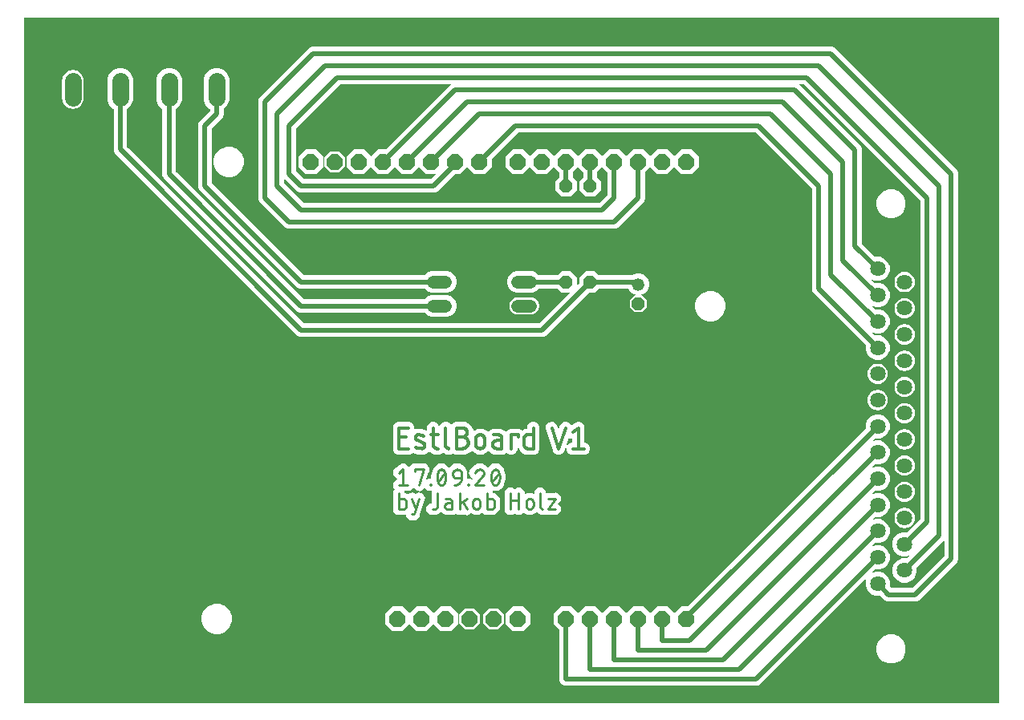
<source format=gbr>
G04 EAGLE Gerber X2 export*
%TF.Part,Single*%
%TF.FileFunction,Copper,L2,Bot,Mixed*%
%TF.FilePolarity,Positive*%
%TF.GenerationSoftware,Autodesk,EAGLE,9.6.2*%
%TF.CreationDate,2020-09-17T17:49:48Z*%
G75*
%MOMM*%
%FSLAX34Y34*%
%LPD*%
%INBottom Copper*%
%AMOC8*
5,1,8,0,0,1.08239X$1,22.5*%
G01*
%ADD10C,0.355600*%
%ADD11C,0.279400*%
%ADD12C,1.638300*%
%ADD13P,1.814519X8X22.500000*%
%ADD14C,1.790700*%
%ADD15P,1.429621X8X292.500000*%
%ADD16C,1.320800*%
%ADD17C,1.320800*%
%ADD18C,0.508000*%

G36*
X-1016005Y-12701D02*
X-1016005Y-12701D01*
X-1016005Y-12700D01*
X-1016005Y711200D01*
X-1016001Y711205D01*
X-1016000Y711205D01*
X12700Y711205D01*
X12705Y711201D01*
X12705Y711200D01*
X12705Y-12700D01*
X12701Y-12705D01*
X12700Y-12705D01*
X-1016000Y-12705D01*
X-1016005Y-12701D01*
G37*
%LPC*%
G36*
X-242680Y5593D02*
X-242680Y5593D01*
X-240068Y6675D01*
X-238068Y8675D01*
X-126947Y119796D01*
X-126945Y119796D01*
X-126944Y119797D01*
X-126942Y119797D01*
X-126942Y119796D01*
X-126940Y119796D01*
X-126940Y119793D01*
X-126939Y119792D01*
X-126939Y119791D01*
X-128583Y115822D01*
X-128583Y110746D01*
X-126640Y106057D01*
X-123051Y102468D01*
X-118362Y100525D01*
X-113286Y100525D01*
X-113169Y100574D01*
X-113166Y100573D01*
X-113164Y100573D01*
X-108166Y95575D01*
X-105554Y94493D01*
X-74786Y94493D01*
X-72174Y95575D01*
X-32075Y135674D01*
X-30993Y138286D01*
X-30993Y547514D01*
X-32075Y550126D01*
X-161074Y679125D01*
X-163686Y680207D01*
X-712614Y680207D01*
X-715226Y679125D01*
X-766025Y628326D01*
X-768025Y626326D01*
X-769107Y623714D01*
X-769107Y519286D01*
X-768025Y516674D01*
X-740626Y489275D01*
X-738014Y488193D01*
X-392286Y488193D01*
X-389674Y489275D01*
X-362275Y516674D01*
X-361193Y519286D01*
X-361193Y547592D01*
X-361191Y547594D01*
X-361191Y547596D01*
X-355604Y553184D01*
X-355597Y553184D01*
X-355596Y553184D01*
X-348264Y545851D01*
X-337536Y545851D01*
X-330204Y553184D01*
X-330197Y553184D01*
X-330196Y553184D01*
X-322864Y545851D01*
X-312136Y545851D01*
X-304551Y553436D01*
X-304551Y564164D01*
X-312136Y571749D01*
X-322864Y571749D01*
X-330196Y564416D01*
X-330199Y564416D01*
X-330200Y564415D01*
X-330201Y564416D01*
X-330203Y564416D01*
X-330204Y564416D01*
X-337536Y571749D01*
X-348264Y571749D01*
X-355596Y564416D01*
X-355599Y564416D01*
X-355600Y564415D01*
X-355601Y564416D01*
X-355603Y564416D01*
X-355604Y564416D01*
X-362936Y571749D01*
X-373664Y571749D01*
X-380996Y564416D01*
X-380999Y564416D01*
X-381000Y564415D01*
X-381001Y564416D01*
X-381003Y564416D01*
X-381004Y564416D01*
X-388336Y571749D01*
X-399064Y571749D01*
X-406396Y564416D01*
X-406399Y564416D01*
X-406400Y564415D01*
X-406401Y564416D01*
X-406403Y564416D01*
X-406404Y564416D01*
X-413736Y571749D01*
X-424464Y571749D01*
X-431796Y564416D01*
X-431799Y564416D01*
X-431800Y564415D01*
X-431801Y564416D01*
X-431803Y564416D01*
X-431804Y564416D01*
X-439136Y571749D01*
X-449864Y571749D01*
X-457196Y564416D01*
X-457199Y564416D01*
X-457200Y564415D01*
X-457201Y564416D01*
X-457203Y564416D01*
X-457204Y564416D01*
X-464536Y571749D01*
X-475264Y571749D01*
X-482596Y564416D01*
X-482599Y564416D01*
X-482600Y564415D01*
X-482601Y564416D01*
X-482603Y564416D01*
X-482604Y564416D01*
X-489936Y571749D01*
X-500664Y571749D01*
X-508249Y564164D01*
X-508249Y553436D01*
X-500664Y545851D01*
X-489936Y545851D01*
X-482604Y553184D01*
X-482597Y553184D01*
X-482596Y553184D01*
X-475264Y545851D01*
X-464536Y545851D01*
X-457204Y553184D01*
X-457197Y553184D01*
X-457196Y553184D01*
X-451609Y547596D01*
X-451608Y547593D01*
X-451607Y547592D01*
X-451607Y542093D01*
X-451609Y542092D01*
X-451609Y542090D01*
X-455671Y538027D01*
X-455671Y528773D01*
X-449127Y522229D01*
X-439873Y522229D01*
X-433329Y528773D01*
X-433329Y538027D01*
X-437391Y542090D01*
X-437392Y542092D01*
X-437393Y542093D01*
X-437393Y547592D01*
X-437391Y547594D01*
X-437391Y547596D01*
X-431804Y553184D01*
X-431797Y553184D01*
X-431796Y553184D01*
X-426209Y547596D01*
X-426208Y547593D01*
X-426207Y547592D01*
X-426207Y542093D01*
X-426209Y542092D01*
X-426209Y542090D01*
X-430271Y538027D01*
X-430271Y528773D01*
X-423727Y522229D01*
X-414473Y522229D01*
X-407929Y528773D01*
X-407929Y538027D01*
X-411991Y542090D01*
X-411992Y542092D01*
X-411993Y542093D01*
X-411993Y547592D01*
X-411991Y547594D01*
X-411991Y547596D01*
X-406404Y553184D01*
X-406397Y553184D01*
X-406396Y553184D01*
X-400809Y547596D01*
X-400808Y547593D01*
X-400807Y547592D01*
X-400807Y523646D01*
X-400809Y523644D01*
X-400809Y523642D01*
X-409342Y515109D01*
X-409345Y515108D01*
X-409346Y515107D01*
X-720954Y515107D01*
X-720956Y515109D01*
X-720958Y515109D01*
X-742191Y536342D01*
X-742192Y536345D01*
X-742193Y536346D01*
X-742193Y541630D01*
X-742192Y541631D01*
X-742192Y541633D01*
X-742190Y541633D01*
X-742188Y541635D01*
X-742187Y541634D01*
X-742186Y541633D01*
X-742184Y541633D01*
X-740625Y540074D01*
X-727926Y527375D01*
X-725314Y526293D01*
X-582786Y526293D01*
X-580174Y527375D01*
X-578174Y529375D01*
X-561700Y545849D01*
X-561697Y545850D01*
X-561696Y545851D01*
X-555976Y545851D01*
X-548644Y553184D01*
X-548637Y553184D01*
X-548636Y553184D01*
X-541304Y545851D01*
X-530576Y545851D01*
X-522991Y553436D01*
X-522991Y561696D01*
X-522989Y561698D01*
X-522989Y561700D01*
X-494898Y589791D01*
X-494895Y589792D01*
X-494894Y589793D01*
X-244246Y589793D01*
X-244244Y589791D01*
X-244242Y589791D01*
X-184909Y530458D01*
X-184909Y530456D01*
X-184907Y530454D01*
X-184907Y423020D01*
X-183825Y420408D01*
X-181825Y418408D01*
X-128535Y365118D01*
X-128535Y365115D01*
X-128534Y365114D01*
X-128535Y365114D01*
X-128534Y365113D01*
X-128583Y364996D01*
X-128583Y359920D01*
X-126640Y355231D01*
X-123051Y351642D01*
X-118362Y349699D01*
X-113286Y349699D01*
X-108597Y351642D01*
X-105008Y355231D01*
X-103065Y359920D01*
X-103065Y364996D01*
X-105008Y369685D01*
X-108597Y373274D01*
X-113286Y375217D01*
X-118362Y375217D01*
X-118479Y375168D01*
X-118482Y375169D01*
X-118484Y375169D01*
X-122336Y379021D01*
X-122336Y379024D01*
X-122337Y379026D01*
X-122336Y379026D01*
X-122336Y379028D01*
X-122333Y379028D01*
X-122331Y379029D01*
X-118362Y377385D01*
X-113286Y377385D01*
X-108597Y379328D01*
X-105008Y382917D01*
X-103065Y387606D01*
X-103065Y392682D01*
X-105008Y397371D01*
X-108597Y400960D01*
X-113286Y402903D01*
X-118362Y402903D01*
X-118479Y402854D01*
X-118482Y402855D01*
X-118484Y402855D01*
X-122336Y406707D01*
X-122336Y406710D01*
X-122337Y406712D01*
X-122336Y406712D01*
X-122336Y406714D01*
X-122333Y406714D01*
X-122331Y406715D01*
X-118362Y405071D01*
X-113286Y405071D01*
X-108597Y407014D01*
X-105008Y410603D01*
X-103065Y415292D01*
X-103065Y420368D01*
X-105008Y425057D01*
X-108597Y428646D01*
X-113286Y430589D01*
X-118362Y430589D01*
X-118479Y430540D01*
X-118482Y430541D01*
X-118484Y430541D01*
X-122336Y434393D01*
X-122336Y434396D01*
X-122337Y434398D01*
X-122336Y434398D01*
X-122336Y434400D01*
X-122333Y434400D01*
X-122331Y434401D01*
X-118362Y432757D01*
X-113286Y432757D01*
X-108597Y434700D01*
X-105008Y438289D01*
X-103065Y442978D01*
X-103065Y448054D01*
X-105008Y452743D01*
X-108597Y456332D01*
X-113286Y458275D01*
X-118362Y458275D01*
X-118479Y458226D01*
X-118482Y458227D01*
X-118484Y458227D01*
X-132591Y472334D01*
X-132592Y472337D01*
X-132593Y472338D01*
X-132593Y572914D01*
X-133675Y575526D01*
X-197174Y639025D01*
X-198733Y640584D01*
X-198733Y640586D01*
X-198735Y640587D01*
X-198733Y640589D01*
X-198734Y640591D01*
X-198731Y640591D01*
X-198730Y640593D01*
X-193446Y640593D01*
X-193444Y640591D01*
X-193442Y640591D01*
X-70609Y517758D01*
X-70609Y517755D01*
X-70607Y517754D01*
X-70607Y181635D01*
X-70609Y181633D01*
X-70609Y181631D01*
X-84716Y167524D01*
X-84719Y167524D01*
X-84721Y167523D01*
X-84838Y167572D01*
X-89914Y167572D01*
X-94603Y165629D01*
X-98192Y162040D01*
X-100135Y157351D01*
X-100135Y152275D01*
X-98192Y147586D01*
X-94603Y143997D01*
X-89914Y142054D01*
X-84838Y142054D01*
X-80869Y143698D01*
X-80867Y143697D01*
X-80864Y143698D01*
X-80864Y143696D01*
X-80863Y143696D01*
X-80864Y143693D01*
X-80864Y143690D01*
X-84716Y139838D01*
X-84719Y139838D01*
X-84721Y139837D01*
X-84838Y139886D01*
X-89914Y139886D01*
X-94603Y137943D01*
X-98192Y134354D01*
X-100135Y129665D01*
X-100135Y124589D01*
X-98192Y119900D01*
X-94603Y116311D01*
X-89914Y114368D01*
X-84838Y114368D01*
X-80149Y116311D01*
X-76560Y119900D01*
X-74617Y124589D01*
X-74617Y129665D01*
X-74666Y129782D01*
X-74665Y129783D01*
X-74666Y129783D01*
X-74665Y129784D01*
X-74665Y129785D01*
X-74665Y129787D01*
X-46775Y157677D01*
X-45216Y159236D01*
X-45214Y159236D01*
X-45213Y159238D01*
X-45211Y159236D01*
X-45209Y159237D01*
X-45209Y159234D01*
X-45207Y159233D01*
X-45207Y142646D01*
X-45209Y142644D01*
X-45209Y142642D01*
X-79142Y108709D01*
X-79145Y108708D01*
X-79146Y108707D01*
X-101194Y108707D01*
X-101196Y108709D01*
X-101198Y108709D01*
X-103113Y110624D01*
X-103113Y110627D01*
X-103114Y110629D01*
X-103065Y110746D01*
X-103065Y115822D01*
X-105008Y120511D01*
X-108597Y124100D01*
X-113286Y126043D01*
X-118362Y126043D01*
X-122331Y124399D01*
X-122333Y124400D01*
X-122336Y124399D01*
X-122336Y124401D01*
X-122337Y124401D01*
X-122336Y124404D01*
X-122336Y124407D01*
X-118484Y128259D01*
X-118481Y128259D01*
X-118479Y128260D01*
X-118362Y128211D01*
X-113286Y128211D01*
X-108597Y130154D01*
X-105008Y133743D01*
X-103065Y138432D01*
X-103065Y143508D01*
X-105008Y148197D01*
X-108597Y151786D01*
X-113286Y153729D01*
X-118362Y153729D01*
X-122331Y152085D01*
X-122333Y152086D01*
X-122336Y152085D01*
X-122336Y152087D01*
X-122337Y152087D01*
X-122336Y152090D01*
X-122336Y152093D01*
X-118484Y155945D01*
X-118481Y155945D01*
X-118479Y155946D01*
X-118362Y155897D01*
X-113286Y155897D01*
X-108597Y157840D01*
X-105008Y161429D01*
X-103065Y166118D01*
X-103065Y171194D01*
X-105008Y175883D01*
X-108597Y179472D01*
X-113286Y181415D01*
X-118362Y181415D01*
X-122331Y179771D01*
X-122333Y179772D01*
X-122336Y179771D01*
X-122336Y179773D01*
X-122337Y179773D01*
X-122336Y179776D01*
X-122336Y179779D01*
X-118484Y183631D01*
X-118481Y183631D01*
X-118479Y183632D01*
X-118362Y183583D01*
X-113286Y183583D01*
X-108597Y185526D01*
X-105008Y189115D01*
X-103065Y193804D01*
X-103065Y198880D01*
X-105008Y203569D01*
X-108597Y207158D01*
X-113286Y209101D01*
X-118362Y209101D01*
X-122331Y207457D01*
X-122333Y207458D01*
X-122336Y207457D01*
X-122336Y207459D01*
X-122337Y207459D01*
X-122336Y207462D01*
X-122336Y207465D01*
X-118484Y211317D01*
X-118481Y211317D01*
X-118479Y211318D01*
X-118362Y211269D01*
X-113286Y211269D01*
X-108597Y213212D01*
X-105008Y216801D01*
X-103065Y221490D01*
X-103065Y226566D01*
X-105008Y231255D01*
X-108597Y234844D01*
X-113286Y236787D01*
X-118362Y236787D01*
X-122331Y235143D01*
X-122333Y235144D01*
X-122336Y235143D01*
X-122336Y235145D01*
X-122337Y235145D01*
X-122336Y235148D01*
X-122336Y235151D01*
X-118484Y239003D01*
X-118481Y239003D01*
X-118479Y239004D01*
X-118362Y238955D01*
X-113286Y238955D01*
X-108597Y240898D01*
X-105008Y244487D01*
X-103065Y249176D01*
X-103065Y254252D01*
X-105008Y258941D01*
X-108597Y262530D01*
X-113286Y264473D01*
X-118362Y264473D01*
X-122331Y262829D01*
X-122333Y262830D01*
X-122336Y262829D01*
X-122336Y262831D01*
X-122337Y262831D01*
X-122336Y262834D01*
X-122336Y262837D01*
X-118484Y266689D01*
X-118481Y266689D01*
X-118479Y266690D01*
X-118362Y266641D01*
X-113286Y266641D01*
X-108597Y268584D01*
X-105008Y272173D01*
X-103065Y276862D01*
X-103065Y281938D01*
X-105008Y286627D01*
X-108597Y290216D01*
X-113286Y292159D01*
X-118362Y292159D01*
X-123051Y290216D01*
X-126640Y286627D01*
X-128583Y281938D01*
X-128583Y276862D01*
X-128534Y276745D01*
X-128535Y276742D01*
X-128535Y276740D01*
X-316124Y89151D01*
X-316127Y89150D01*
X-316128Y89149D01*
X-322864Y89149D01*
X-330196Y81816D01*
X-330199Y81816D01*
X-330200Y81815D01*
X-330201Y81816D01*
X-330203Y81816D01*
X-330204Y81816D01*
X-337536Y89149D01*
X-348264Y89149D01*
X-355596Y81816D01*
X-355599Y81816D01*
X-355600Y81815D01*
X-355601Y81816D01*
X-355603Y81816D01*
X-355604Y81816D01*
X-362936Y89149D01*
X-373664Y89149D01*
X-380996Y81816D01*
X-380999Y81816D01*
X-381000Y81815D01*
X-381001Y81816D01*
X-381003Y81816D01*
X-381004Y81816D01*
X-388336Y89149D01*
X-399064Y89149D01*
X-406396Y81816D01*
X-406399Y81816D01*
X-406400Y81815D01*
X-406401Y81816D01*
X-406403Y81816D01*
X-406404Y81816D01*
X-413736Y89149D01*
X-424464Y89149D01*
X-431796Y81816D01*
X-431799Y81816D01*
X-431800Y81815D01*
X-431801Y81816D01*
X-431803Y81816D01*
X-431804Y81816D01*
X-439136Y89149D01*
X-449864Y89149D01*
X-457449Y81564D01*
X-457449Y70836D01*
X-451609Y64996D01*
X-451608Y64993D01*
X-451607Y64992D01*
X-451607Y11286D01*
X-450525Y8674D01*
X-448526Y6675D01*
X-445914Y5593D01*
X-242680Y5593D01*
G37*
%LPD*%
%LPC*%
G36*
X-468486Y373893D02*
X-468486Y373893D01*
X-465874Y374975D01*
X-420222Y420627D01*
X-420219Y420628D01*
X-420218Y420629D01*
X-414473Y420629D01*
X-410410Y424691D01*
X-410408Y424692D01*
X-410407Y424693D01*
X-378503Y424693D01*
X-378500Y424690D01*
X-378499Y424690D01*
X-377771Y422932D01*
X-374628Y419789D01*
X-370522Y418089D01*
X-370521Y418086D01*
X-370519Y418085D01*
X-370520Y418084D01*
X-370519Y418083D01*
X-370522Y418081D01*
X-370524Y418079D01*
X-372086Y418079D01*
X-377439Y412726D01*
X-377439Y408945D01*
X-368300Y408945D01*
X-359161Y408945D01*
X-359161Y412726D01*
X-364514Y418079D01*
X-366076Y418079D01*
X-366078Y418081D01*
X-366080Y418082D01*
X-366080Y418083D01*
X-366081Y418084D01*
X-366079Y418086D01*
X-366078Y418089D01*
X-361972Y419789D01*
X-358829Y422932D01*
X-357129Y427038D01*
X-357129Y431482D01*
X-358829Y435588D01*
X-361972Y438731D01*
X-366078Y440431D01*
X-370522Y440431D01*
X-374200Y438908D01*
X-374202Y438908D01*
X-374202Y438907D01*
X-410407Y438907D01*
X-410408Y438909D01*
X-410410Y438909D01*
X-414473Y442971D01*
X-423727Y442971D01*
X-430271Y436427D01*
X-430271Y430682D01*
X-430273Y430680D01*
X-430273Y430678D01*
X-433320Y427631D01*
X-433322Y427631D01*
X-433323Y427629D01*
X-433325Y427631D01*
X-433327Y427630D01*
X-433327Y427633D01*
X-433329Y427634D01*
X-433329Y436427D01*
X-439873Y442971D01*
X-449127Y442971D01*
X-453190Y438909D01*
X-453192Y438908D01*
X-453193Y438907D01*
X-473399Y438907D01*
X-473400Y438909D01*
X-473402Y438909D01*
X-475764Y441271D01*
X-479870Y442971D01*
X-497522Y442971D01*
X-501628Y441271D01*
X-504771Y438128D01*
X-506471Y434022D01*
X-506471Y429578D01*
X-504771Y425472D01*
X-501628Y422329D01*
X-497522Y420629D01*
X-479870Y420629D01*
X-475764Y422329D01*
X-473402Y424691D01*
X-473400Y424692D01*
X-473399Y424693D01*
X-453193Y424693D01*
X-453192Y424691D01*
X-453190Y424691D01*
X-449127Y420629D01*
X-440334Y420629D01*
X-440333Y420628D01*
X-440331Y420628D01*
X-440331Y420626D01*
X-440329Y420624D01*
X-440331Y420623D01*
X-440331Y420620D01*
X-472842Y388109D01*
X-472845Y388108D01*
X-472846Y388107D01*
X-720954Y388107D01*
X-720956Y388109D01*
X-720958Y388109D01*
X-907691Y574842D01*
X-907692Y574845D01*
X-907693Y574846D01*
X-907693Y614352D01*
X-907690Y614355D01*
X-907690Y614357D01*
X-907141Y614584D01*
X-903338Y618388D01*
X-901279Y623357D01*
X-901279Y646643D01*
X-903338Y651612D01*
X-907141Y655416D01*
X-912111Y657474D01*
X-917489Y657474D01*
X-922459Y655416D01*
X-926262Y651612D01*
X-928321Y646643D01*
X-928321Y623357D01*
X-926262Y618388D01*
X-922459Y614584D01*
X-921910Y614357D01*
X-921909Y614354D01*
X-921907Y614352D01*
X-921907Y570486D01*
X-920825Y567874D01*
X-727926Y374975D01*
X-725314Y373893D01*
X-468486Y373893D01*
G37*
%LPD*%
G36*
X-720956Y540509D02*
X-720956Y540509D01*
X-720958Y540509D01*
X-729491Y549042D01*
X-729492Y549045D01*
X-729493Y549046D01*
X-729493Y593954D01*
X-729491Y593956D01*
X-729491Y593958D01*
X-682858Y640591D01*
X-682855Y640592D01*
X-682854Y640593D01*
X-565810Y640593D01*
X-565809Y640592D01*
X-565807Y640592D01*
X-565807Y640590D01*
X-565805Y640588D01*
X-565807Y640587D01*
X-565807Y640584D01*
X-634640Y571751D01*
X-634643Y571750D01*
X-634644Y571749D01*
X-642904Y571749D01*
X-650236Y564416D01*
X-650239Y564416D01*
X-650240Y564415D01*
X-650241Y564416D01*
X-650243Y564416D01*
X-650244Y564416D01*
X-657576Y571749D01*
X-668304Y571749D01*
X-675889Y564164D01*
X-675889Y553436D01*
X-668304Y545851D01*
X-657576Y545851D01*
X-650244Y553184D01*
X-650237Y553184D01*
X-650236Y553184D01*
X-642904Y545851D01*
X-632176Y545851D01*
X-624844Y553184D01*
X-624837Y553184D01*
X-624836Y553184D01*
X-617504Y545851D01*
X-606776Y545851D01*
X-599444Y553184D01*
X-599437Y553184D01*
X-599436Y553184D01*
X-592104Y545851D01*
X-581812Y545851D01*
X-581811Y545850D01*
X-581809Y545850D01*
X-581809Y545848D01*
X-581807Y545846D01*
X-581809Y545845D01*
X-581809Y545842D01*
X-587142Y540509D01*
X-587145Y540508D01*
X-587146Y540507D01*
X-720954Y540507D01*
X-720956Y540509D01*
G37*
%LPC*%
G36*
X-569278Y395229D02*
X-569278Y395229D01*
X-565172Y396929D01*
X-562029Y400072D01*
X-560329Y404178D01*
X-560329Y408622D01*
X-562029Y412728D01*
X-565172Y415871D01*
X-569278Y417571D01*
X-586930Y417571D01*
X-591036Y415871D01*
X-593398Y413509D01*
X-593400Y413508D01*
X-593401Y413507D01*
X-720954Y413507D01*
X-720956Y413509D01*
X-720958Y413509D01*
X-856091Y548642D01*
X-856092Y548645D01*
X-856093Y548646D01*
X-856093Y614352D01*
X-856090Y614355D01*
X-856090Y614357D01*
X-855541Y614584D01*
X-851738Y618388D01*
X-849679Y623357D01*
X-849679Y646643D01*
X-851738Y651612D01*
X-855541Y655416D01*
X-860511Y657474D01*
X-865889Y657474D01*
X-870859Y655416D01*
X-874662Y651612D01*
X-876721Y646643D01*
X-876721Y623357D01*
X-874662Y618388D01*
X-870859Y614584D01*
X-870310Y614357D01*
X-870309Y614354D01*
X-870307Y614352D01*
X-870307Y544286D01*
X-869225Y541674D01*
X-727926Y400375D01*
X-725314Y399293D01*
X-593401Y399293D01*
X-593400Y399291D01*
X-593398Y399291D01*
X-591036Y396929D01*
X-586930Y395229D01*
X-569278Y395229D01*
G37*
%LPD*%
%LPC*%
G36*
X-569278Y420629D02*
X-569278Y420629D01*
X-565172Y422329D01*
X-562029Y425472D01*
X-560329Y429578D01*
X-560329Y434022D01*
X-562029Y438128D01*
X-565172Y441271D01*
X-569278Y442971D01*
X-586930Y442971D01*
X-591036Y441271D01*
X-593398Y438909D01*
X-593400Y438908D01*
X-593401Y438907D01*
X-720954Y438907D01*
X-720956Y438909D01*
X-720958Y438909D01*
X-818391Y536342D01*
X-818392Y536345D01*
X-818393Y536346D01*
X-818393Y593954D01*
X-818391Y593956D01*
X-818391Y593958D01*
X-806775Y605574D01*
X-805693Y608186D01*
X-805693Y614518D01*
X-805690Y614521D01*
X-805690Y614523D01*
X-805541Y614584D01*
X-801738Y618388D01*
X-799679Y623357D01*
X-799679Y646643D01*
X-801738Y651612D01*
X-805541Y655416D01*
X-810511Y657474D01*
X-815889Y657474D01*
X-820859Y655416D01*
X-824662Y651612D01*
X-826721Y646643D01*
X-826721Y623357D01*
X-824662Y618388D01*
X-820859Y614584D01*
X-819910Y614191D01*
X-819909Y614188D01*
X-819908Y614188D01*
X-819907Y614187D01*
X-819907Y612546D01*
X-819909Y612544D01*
X-819909Y612542D01*
X-831525Y600926D01*
X-832607Y598314D01*
X-832607Y531986D01*
X-831525Y529374D01*
X-727926Y425775D01*
X-725314Y424693D01*
X-593401Y424693D01*
X-593400Y424691D01*
X-593398Y424691D01*
X-591036Y422329D01*
X-586930Y420629D01*
X-569278Y420629D01*
G37*
%LPD*%
%LPC*%
G36*
X-603809Y180429D02*
X-603809Y180429D01*
X-603807Y180429D01*
X-603806Y180430D01*
X-602745Y180430D01*
X-601683Y181491D01*
X-601682Y181491D01*
X-601682Y181492D01*
X-600339Y182164D01*
X-600003Y183171D01*
X-600002Y183172D01*
X-600002Y183173D01*
X-599251Y183923D01*
X-599251Y185425D01*
X-599251Y185426D01*
X-599251Y185427D01*
X-597857Y189609D01*
X-596942Y191439D01*
X-597094Y191895D01*
X-597093Y191897D01*
X-597094Y191897D01*
X-597093Y191898D01*
X-597094Y191899D01*
X-593273Y203361D01*
X-595483Y207781D01*
X-600170Y209343D01*
X-603379Y207738D01*
X-603380Y207739D01*
X-603380Y207738D01*
X-603382Y207738D01*
X-603383Y207739D01*
X-603383Y207738D01*
X-606592Y209343D01*
X-611280Y207781D01*
X-611461Y207419D01*
X-611467Y207416D01*
X-611467Y207417D01*
X-611468Y207416D01*
X-613661Y208683D01*
X-613662Y208684D01*
X-613846Y208868D01*
X-614934Y208868D01*
X-614939Y208872D01*
X-614938Y208873D01*
X-614939Y208873D01*
X-614939Y210877D01*
X-615386Y211324D01*
X-615386Y211326D01*
X-615387Y211327D01*
X-615386Y211329D01*
X-615386Y211331D01*
X-615384Y211331D01*
X-615382Y211333D01*
X-609260Y211333D01*
X-605767Y214827D01*
X-605767Y216127D01*
X-605765Y216128D01*
X-605765Y216131D01*
X-605763Y216130D01*
X-605762Y216132D01*
X-605761Y216131D01*
X-605760Y216130D01*
X-605757Y216129D01*
X-603543Y212212D01*
X-598782Y210889D01*
X-594481Y213320D01*
X-594109Y214661D01*
X-594108Y214661D01*
X-594108Y214663D01*
X-594106Y214663D01*
X-594103Y214664D01*
X-594102Y214663D01*
X-594100Y214663D01*
X-590770Y211333D01*
X-585815Y211333D01*
X-585814Y211332D01*
X-585812Y211332D01*
X-585812Y211330D01*
X-585810Y211328D01*
X-585812Y211327D01*
X-585812Y211324D01*
X-586259Y210877D01*
X-586259Y197866D01*
X-586263Y197861D01*
X-586263Y197862D01*
X-586264Y197861D01*
X-588268Y197861D01*
X-591762Y194367D01*
X-591762Y189427D01*
X-588268Y185933D01*
X-581382Y185933D01*
X-576912Y188514D01*
X-576518Y189196D01*
X-576517Y189197D01*
X-576516Y189198D01*
X-576514Y189197D01*
X-576511Y189198D01*
X-576511Y189197D01*
X-576509Y189196D01*
X-576044Y188391D01*
X-571816Y185950D01*
X-571815Y185949D01*
X-571814Y185949D01*
X-571798Y185933D01*
X-571788Y185933D01*
X-566856Y185933D01*
X-566855Y185933D01*
X-562730Y185933D01*
X-560881Y187782D01*
X-560875Y187782D01*
X-560874Y187782D01*
X-559025Y185933D01*
X-554084Y185933D01*
X-553152Y186865D01*
X-553149Y186865D01*
X-553147Y186866D01*
X-548610Y185470D01*
X-544617Y187584D01*
X-544614Y187583D01*
X-544612Y187584D01*
X-541752Y185933D01*
X-536590Y185933D01*
X-532497Y188296D01*
X-532496Y188295D01*
X-532496Y188296D01*
X-532494Y188296D01*
X-532493Y188295D01*
X-532491Y188295D01*
X-530129Y185933D01*
X-520602Y185933D01*
X-520418Y186117D01*
X-520417Y186117D01*
X-520417Y186118D01*
X-516692Y188268D01*
X-514542Y191993D01*
X-514541Y191993D01*
X-514541Y191994D01*
X-514357Y192178D01*
X-514357Y202622D01*
X-514541Y202806D01*
X-514541Y202807D01*
X-514542Y202807D01*
X-516692Y206532D01*
X-520417Y208683D01*
X-520417Y208684D01*
X-520418Y208684D01*
X-520602Y208868D01*
X-521690Y208868D01*
X-521695Y208872D01*
X-521694Y208873D01*
X-521695Y208873D01*
X-521695Y210877D01*
X-522141Y211324D01*
X-522142Y211326D01*
X-522143Y211327D01*
X-522142Y211329D01*
X-522142Y211331D01*
X-522139Y211331D01*
X-522138Y211333D01*
X-516166Y211333D01*
X-511285Y214819D01*
X-510432Y217307D01*
X-510432Y217308D01*
X-509617Y218980D01*
X-508687Y223008D01*
X-508686Y223009D01*
X-508686Y223010D01*
X-508614Y223082D01*
X-508614Y228022D01*
X-508686Y228094D01*
X-508686Y228096D01*
X-508687Y228096D01*
X-509617Y232124D01*
X-509744Y232386D01*
X-509744Y232387D01*
X-509745Y232388D01*
X-509841Y233252D01*
X-510374Y233678D01*
X-510374Y233680D01*
X-510375Y233680D01*
X-510432Y233796D01*
X-510432Y233797D01*
X-511285Y236285D01*
X-516166Y239771D01*
X-522163Y239771D01*
X-527044Y236285D01*
X-527254Y235673D01*
X-527255Y235672D01*
X-527256Y235670D01*
X-527258Y235671D01*
X-527260Y235669D01*
X-527261Y235671D01*
X-527263Y235672D01*
X-528069Y237067D01*
X-532752Y239771D01*
X-537927Y239771D01*
X-537985Y239713D01*
X-537987Y239712D01*
X-542231Y237820D01*
X-545437Y234256D01*
X-546175Y231976D01*
X-546936Y229625D01*
X-544689Y225225D01*
X-542266Y224440D01*
X-542265Y224440D01*
X-542264Y224438D01*
X-542262Y224435D01*
X-542264Y224434D01*
X-542263Y224433D01*
X-543501Y222976D01*
X-543508Y222975D01*
X-543508Y222976D01*
X-543509Y222976D01*
X-544711Y224178D01*
X-548810Y224178D01*
X-548815Y224183D01*
X-548815Y226748D01*
X-548815Y232048D01*
X-551642Y236944D01*
X-556539Y239771D01*
X-562192Y239771D01*
X-567089Y236944D01*
X-567945Y235461D01*
X-567947Y235460D01*
X-567947Y235459D01*
X-567949Y235460D01*
X-567949Y235459D01*
X-567950Y235459D01*
X-567951Y235459D01*
X-567952Y235461D01*
X-567954Y235462D01*
X-568236Y236285D01*
X-573117Y239771D01*
X-579115Y239771D01*
X-583995Y236285D01*
X-584848Y233797D01*
X-584849Y233797D01*
X-584849Y233796D01*
X-585664Y232124D01*
X-586593Y228096D01*
X-586595Y228095D01*
X-586595Y228094D01*
X-586666Y228022D01*
X-586666Y224183D01*
X-586671Y224178D01*
X-586671Y224179D01*
X-586671Y224178D01*
X-590770Y224178D01*
X-591719Y223230D01*
X-591721Y223230D01*
X-591723Y223228D01*
X-591724Y223230D01*
X-591725Y223229D01*
X-591726Y223232D01*
X-591727Y223235D01*
X-589654Y230698D01*
X-589653Y230699D01*
X-589653Y230700D01*
X-589016Y231337D01*
X-589016Y232993D01*
X-589016Y232994D01*
X-589016Y232995D01*
X-588573Y234591D01*
X-589016Y235375D01*
X-589015Y235376D01*
X-589016Y235377D01*
X-589016Y236277D01*
X-590188Y237449D01*
X-590188Y237450D01*
X-590189Y237450D01*
X-591004Y238892D01*
X-591871Y239133D01*
X-591872Y239135D01*
X-591873Y239135D01*
X-592510Y239771D01*
X-594167Y239771D01*
X-594167Y239772D01*
X-594168Y239771D01*
X-595764Y240215D01*
X-596548Y239772D01*
X-596549Y239772D01*
X-596550Y239772D01*
X-596551Y239771D01*
X-606623Y239771D01*
X-610117Y236277D01*
X-610117Y235618D01*
X-610118Y235617D01*
X-610118Y235615D01*
X-610120Y235615D01*
X-610121Y235613D01*
X-610123Y235615D01*
X-610126Y235615D01*
X-610352Y235898D01*
X-610352Y235900D01*
X-610353Y235901D01*
X-610353Y236277D01*
X-611866Y237791D01*
X-613203Y239462D01*
X-613577Y239503D01*
X-613579Y239505D01*
X-613580Y239505D01*
X-613846Y239771D01*
X-615986Y239771D01*
X-615987Y239771D01*
X-618114Y240008D01*
X-618408Y239772D01*
X-618409Y239772D01*
X-618410Y239772D01*
X-618411Y239771D01*
X-618787Y239771D01*
X-620300Y238258D01*
X-620301Y238258D01*
X-626558Y233252D01*
X-627104Y228341D01*
X-624017Y224483D01*
X-622286Y224291D01*
X-622281Y224286D01*
X-622281Y223266D01*
X-622285Y223261D01*
X-622286Y223262D01*
X-622286Y223261D01*
X-623373Y223261D01*
X-626867Y219767D01*
X-626867Y214827D01*
X-624896Y212856D01*
X-624896Y212852D01*
X-624895Y212852D01*
X-624896Y212851D01*
X-624896Y212849D01*
X-624896Y212848D01*
X-626867Y210877D01*
X-626867Y189427D01*
X-623373Y185933D01*
X-613846Y185933D01*
X-613662Y186117D01*
X-613661Y186118D01*
X-613022Y186487D01*
X-613021Y186487D01*
X-613020Y186488D01*
X-613019Y186487D01*
X-613018Y186486D01*
X-613015Y186486D01*
X-613016Y186484D01*
X-613014Y186483D01*
X-613014Y183923D01*
X-609521Y180430D01*
X-606184Y180430D01*
X-606184Y180429D01*
X-606183Y180429D01*
X-604758Y179954D01*
X-603809Y180429D01*
G37*
%LPD*%
%LPC*%
G36*
X-589424Y252179D02*
X-589424Y252179D01*
X-588882Y253231D01*
X-588881Y253232D01*
X-588881Y253233D01*
X-588879Y253233D01*
X-588876Y253234D01*
X-588876Y253232D01*
X-588874Y253232D01*
X-588225Y252109D01*
X-583591Y249433D01*
X-580915Y249433D01*
X-579652Y249433D01*
X-578439Y249433D01*
X-576107Y250399D01*
X-574754Y251752D01*
X-574750Y251752D01*
X-574748Y251753D01*
X-570730Y249433D01*
X-568055Y249433D01*
X-566793Y249433D01*
X-564461Y250399D01*
X-563900Y250959D01*
X-563894Y250959D01*
X-563893Y250959D01*
X-563333Y250399D01*
X-561001Y249433D01*
X-554935Y249433D01*
X-550838Y249433D01*
X-545733Y251891D01*
X-544179Y253840D01*
X-544177Y253840D01*
X-544173Y253841D01*
X-544173Y253839D01*
X-544171Y253839D01*
X-543360Y252434D01*
X-538162Y249433D01*
X-532160Y249433D01*
X-526963Y252434D01*
X-526295Y253591D01*
X-526294Y253591D01*
X-526294Y253592D01*
X-526292Y253592D01*
X-526289Y253593D01*
X-526288Y253591D01*
X-526286Y253591D01*
X-525525Y252271D01*
X-520609Y249433D01*
X-511047Y249433D01*
X-508715Y250399D01*
X-507314Y251800D01*
X-507308Y251800D01*
X-507307Y251800D01*
X-505906Y250399D01*
X-503574Y249433D01*
X-501050Y249433D01*
X-498718Y250399D01*
X-496933Y252184D01*
X-495967Y254516D01*
X-495967Y261563D01*
X-495963Y261568D01*
X-495962Y261568D01*
X-494962Y261568D01*
X-494957Y261564D01*
X-494957Y261563D01*
X-494957Y258156D01*
X-494957Y258155D01*
X-494957Y256743D01*
X-492281Y252109D01*
X-487647Y249433D01*
X-477641Y249433D01*
X-475309Y250399D01*
X-473524Y252184D01*
X-472558Y254516D01*
X-472558Y278884D01*
X-473524Y281216D01*
X-475309Y283001D01*
X-477641Y283967D01*
X-480165Y283967D01*
X-482498Y283001D01*
X-484283Y281216D01*
X-485249Y278884D01*
X-485249Y276691D01*
X-485253Y276686D01*
X-487647Y276686D01*
X-490659Y274947D01*
X-490663Y274948D01*
X-490665Y274948D01*
X-491437Y275720D01*
X-493769Y276686D01*
X-503574Y276686D01*
X-505906Y275720D01*
X-507691Y273935D01*
X-508066Y273032D01*
X-508067Y273031D01*
X-508067Y273029D01*
X-508069Y273030D01*
X-508071Y273029D01*
X-508072Y273031D01*
X-508074Y273031D01*
X-508640Y274010D01*
X-513274Y276686D01*
X-515556Y276686D01*
X-522066Y276686D01*
X-524398Y275720D01*
X-526183Y273935D01*
X-526565Y273013D01*
X-526567Y273012D01*
X-526567Y273011D01*
X-526569Y273011D01*
X-526571Y273010D01*
X-526572Y273012D01*
X-526574Y273012D01*
X-526963Y273685D01*
X-532161Y276686D01*
X-538162Y276686D01*
X-542465Y274202D01*
X-542466Y274202D01*
X-542466Y274201D01*
X-542468Y274203D01*
X-542471Y274203D01*
X-542471Y274205D01*
X-542472Y274206D01*
X-542472Y275769D01*
X-545473Y280966D01*
X-550671Y283967D01*
X-561001Y283967D01*
X-563333Y283001D01*
X-565118Y281216D01*
X-565713Y279781D01*
X-565714Y279781D01*
X-565715Y279779D01*
X-565716Y279780D01*
X-565719Y279779D01*
X-565720Y279781D01*
X-565722Y279781D01*
X-566316Y281216D01*
X-568101Y283001D01*
X-570433Y283967D01*
X-572958Y283967D01*
X-575290Y283001D01*
X-577075Y281216D01*
X-578041Y278884D01*
X-578041Y276528D01*
X-578041Y276527D01*
X-578043Y276526D01*
X-578045Y276523D01*
X-578046Y276524D01*
X-578047Y276523D01*
X-578208Y276590D01*
X-578209Y276593D01*
X-578211Y276594D01*
X-578211Y278884D01*
X-579177Y281216D01*
X-580962Y283001D01*
X-583294Y283967D01*
X-585818Y283967D01*
X-588150Y283001D01*
X-589935Y281216D01*
X-590901Y278884D01*
X-590901Y275398D01*
X-590903Y275396D01*
X-590902Y275395D01*
X-591650Y274647D01*
X-591654Y274647D01*
X-591655Y274646D01*
X-592248Y274913D01*
X-596052Y276626D01*
X-600223Y276685D01*
X-601486Y276703D01*
X-602927Y276724D01*
X-604765Y275620D01*
X-604767Y275620D01*
X-604769Y275619D01*
X-604770Y275621D01*
X-604772Y275621D01*
X-604771Y275624D01*
X-604772Y275626D01*
X-604468Y276360D01*
X-604468Y278884D01*
X-605434Y281216D01*
X-607219Y283001D01*
X-609551Y283967D01*
X-621784Y283967D01*
X-624116Y283001D01*
X-625901Y281216D01*
X-626867Y278884D01*
X-626867Y254516D01*
X-625901Y252184D01*
X-624116Y250399D01*
X-621784Y249433D01*
X-609551Y249433D01*
X-607219Y250399D01*
X-606308Y251310D01*
X-606304Y251310D01*
X-606303Y251311D01*
X-605496Y251021D01*
X-601263Y249498D01*
X-601132Y249496D01*
X-601130Y249496D01*
X-600785Y249491D01*
X-600783Y249491D01*
X-600437Y249486D01*
X-600435Y249486D01*
X-600089Y249481D01*
X-600087Y249481D01*
X-599742Y249476D01*
X-599740Y249476D01*
X-599394Y249471D01*
X-599392Y249471D01*
X-599047Y249466D01*
X-599044Y249466D01*
X-598699Y249461D01*
X-598697Y249461D01*
X-598351Y249456D01*
X-598349Y249456D01*
X-598004Y249451D01*
X-598001Y249451D01*
X-597656Y249446D01*
X-597654Y249446D01*
X-597308Y249441D01*
X-597306Y249441D01*
X-596961Y249436D01*
X-596959Y249436D01*
X-596764Y249433D01*
X-596613Y249431D01*
X-596611Y249431D01*
X-596266Y249426D01*
X-596264Y249426D01*
X-595918Y249421D01*
X-595916Y249421D01*
X-595571Y249416D01*
X-595569Y249416D01*
X-595501Y249415D01*
X-595221Y249411D01*
X-595219Y249411D01*
X-594874Y249406D01*
X-594872Y249406D01*
X-594526Y249401D01*
X-594524Y249401D01*
X-594179Y249397D01*
X-594177Y249397D01*
X-594177Y249396D01*
X-594060Y249395D01*
X-589424Y252179D01*
G37*
%LPD*%
%LPC*%
G36*
X-566136Y63251D02*
X-566136Y63251D01*
X-558551Y70836D01*
X-558551Y81564D01*
X-566136Y89149D01*
X-576864Y89149D01*
X-584196Y81816D01*
X-584199Y81816D01*
X-584200Y81815D01*
X-584201Y81816D01*
X-584203Y81816D01*
X-584204Y81816D01*
X-591536Y89149D01*
X-602264Y89149D01*
X-609596Y81816D01*
X-609599Y81816D01*
X-609600Y81815D01*
X-609601Y81816D01*
X-609603Y81816D01*
X-609604Y81816D01*
X-616936Y89149D01*
X-627664Y89149D01*
X-635249Y81564D01*
X-635249Y70836D01*
X-627664Y63251D01*
X-616936Y63251D01*
X-609604Y70584D01*
X-609597Y70584D01*
X-609596Y70584D01*
X-602264Y63251D01*
X-591536Y63251D01*
X-584204Y70584D01*
X-584197Y70584D01*
X-584196Y70584D01*
X-576864Y63251D01*
X-566136Y63251D01*
G37*
%LPD*%
%LPC*%
G36*
X-462964Y185933D02*
X-462964Y185933D01*
X-462964Y185932D01*
X-462963Y185933D01*
X-453746Y185933D01*
X-450253Y189427D01*
X-450253Y194367D01*
X-452942Y197057D01*
X-452942Y197059D01*
X-452943Y197060D01*
X-452942Y197061D01*
X-452942Y197062D01*
X-452942Y197063D01*
X-451582Y199104D01*
X-451581Y199104D01*
X-450253Y200433D01*
X-450253Y201096D01*
X-450251Y201098D01*
X-450252Y201099D01*
X-449884Y201651D01*
X-449886Y201661D01*
X-449891Y201686D01*
X-449896Y201711D01*
X-449901Y201736D01*
X-449906Y201760D01*
X-449911Y201785D01*
X-449916Y201810D01*
X-449921Y201835D01*
X-449926Y201860D01*
X-449931Y201885D01*
X-449936Y201909D01*
X-449936Y201910D01*
X-449941Y201934D01*
X-449946Y201959D01*
X-449950Y201984D01*
X-449951Y201984D01*
X-449950Y201984D01*
X-449955Y202009D01*
X-449960Y202034D01*
X-449965Y202059D01*
X-449970Y202083D01*
X-449975Y202108D01*
X-449979Y202128D01*
X-449980Y202133D01*
X-449984Y202153D01*
X-449985Y202158D01*
X-449989Y202178D01*
X-449990Y202183D01*
X-449994Y202203D01*
X-449995Y202208D01*
X-449999Y202227D01*
X-449999Y202228D01*
X-450000Y202232D01*
X-450000Y202233D01*
X-450004Y202252D01*
X-450005Y202257D01*
X-450009Y202277D01*
X-450010Y202282D01*
X-450014Y202302D01*
X-450015Y202307D01*
X-450019Y202327D01*
X-450020Y202332D01*
X-450024Y202352D01*
X-450025Y202357D01*
X-450029Y202377D01*
X-450030Y202382D01*
X-450034Y202401D01*
X-450035Y202406D01*
X-450039Y202426D01*
X-450040Y202431D01*
X-450044Y202451D01*
X-450045Y202456D01*
X-450049Y202476D01*
X-450050Y202481D01*
X-450054Y202501D01*
X-450055Y202506D01*
X-450059Y202526D01*
X-450060Y202531D01*
X-450064Y202550D01*
X-450064Y202551D01*
X-450065Y202555D01*
X-450069Y202575D01*
X-450074Y202600D01*
X-450079Y202625D01*
X-450084Y202650D01*
X-450089Y202675D01*
X-450094Y202700D01*
X-450099Y202724D01*
X-450104Y202749D01*
X-450108Y202774D01*
X-450109Y202774D01*
X-450108Y202774D01*
X-450113Y202799D01*
X-450118Y202824D01*
X-450123Y202849D01*
X-450128Y202873D01*
X-450133Y202898D01*
X-450138Y202923D01*
X-450143Y202948D01*
X-450148Y202973D01*
X-450153Y202998D01*
X-450158Y203022D01*
X-450158Y203023D01*
X-450162Y203042D01*
X-450163Y203047D01*
X-450167Y203067D01*
X-450168Y203072D01*
X-450172Y203092D01*
X-450173Y203097D01*
X-450177Y203117D01*
X-450178Y203122D01*
X-450182Y203142D01*
X-450183Y203147D01*
X-450187Y203167D01*
X-450188Y203172D01*
X-450192Y203191D01*
X-450193Y203196D01*
X-450197Y203216D01*
X-450198Y203221D01*
X-450202Y203241D01*
X-450203Y203246D01*
X-450207Y203266D01*
X-450208Y203271D01*
X-450212Y203291D01*
X-450213Y203296D01*
X-450217Y203316D01*
X-450218Y203321D01*
X-450222Y203340D01*
X-450222Y203341D01*
X-450223Y203345D01*
X-450223Y203346D01*
X-450227Y203365D01*
X-450228Y203370D01*
X-450232Y203390D01*
X-450233Y203395D01*
X-450237Y203415D01*
X-450238Y203420D01*
X-450242Y203440D01*
X-450243Y203445D01*
X-450247Y203465D01*
X-450248Y203470D01*
X-450252Y203490D01*
X-450252Y203494D01*
X-450252Y203495D01*
X-450253Y203495D01*
X-450253Y205374D01*
X-450721Y205843D01*
X-450722Y205845D01*
X-450723Y205846D01*
X-450726Y205860D01*
X-450731Y205884D01*
X-450731Y205885D01*
X-450736Y205909D01*
X-450740Y205929D01*
X-450741Y205934D01*
X-450744Y205954D01*
X-450745Y205954D01*
X-450745Y205959D01*
X-450746Y205959D01*
X-450745Y205959D01*
X-450749Y205979D01*
X-450750Y205984D01*
X-450754Y206004D01*
X-450755Y206009D01*
X-450759Y206029D01*
X-450764Y206053D01*
X-450769Y206078D01*
X-450773Y206098D01*
X-450774Y206103D01*
X-450778Y206123D01*
X-450779Y206128D01*
X-450783Y206148D01*
X-450784Y206153D01*
X-450788Y206173D01*
X-450793Y206198D01*
X-450798Y206222D01*
X-450803Y206247D01*
X-450807Y206267D01*
X-450808Y206272D01*
X-450812Y206292D01*
X-450813Y206297D01*
X-450817Y206317D01*
X-450818Y206322D01*
X-450822Y206342D01*
X-450827Y206366D01*
X-450827Y206367D01*
X-450832Y206391D01*
X-450837Y206416D01*
X-450841Y206436D01*
X-450842Y206441D01*
X-450846Y206461D01*
X-450847Y206466D01*
X-450851Y206486D01*
X-450852Y206491D01*
X-450853Y206496D01*
X-452417Y207538D01*
X-452417Y207539D01*
X-453746Y208868D01*
X-454409Y208868D01*
X-454411Y208869D01*
X-454412Y208869D01*
X-454964Y209237D01*
X-456807Y208868D01*
X-456808Y208868D01*
X-465809Y208868D01*
X-465814Y208872D01*
X-465814Y208873D01*
X-465814Y210877D01*
X-469308Y214371D01*
X-474249Y214371D01*
X-477743Y210877D01*
X-477743Y207460D01*
X-477744Y207459D01*
X-477743Y207458D01*
X-477745Y207457D01*
X-477747Y207455D01*
X-477748Y207455D01*
X-477749Y207455D01*
X-477749Y207456D01*
X-477750Y207455D01*
X-480197Y208868D01*
X-485359Y208868D01*
X-488412Y207105D01*
X-488413Y207105D01*
X-488414Y207104D01*
X-488416Y207106D01*
X-488419Y207106D01*
X-488418Y207108D01*
X-488420Y207109D01*
X-488420Y210877D01*
X-491913Y214371D01*
X-496854Y214371D01*
X-498966Y212259D01*
X-498973Y212259D01*
X-498974Y212259D01*
X-501086Y214371D01*
X-506027Y214371D01*
X-509520Y210877D01*
X-509520Y189427D01*
X-506027Y185933D01*
X-501086Y185933D01*
X-498974Y188045D01*
X-498967Y188045D01*
X-498966Y188045D01*
X-496854Y185933D01*
X-491913Y185933D01*
X-489517Y188329D01*
X-489515Y188329D01*
X-489514Y188331D01*
X-489513Y188331D01*
X-489512Y188330D01*
X-489511Y188330D01*
X-485359Y185933D01*
X-480197Y185933D01*
X-475726Y188514D01*
X-475642Y188660D01*
X-475641Y188660D01*
X-475641Y188661D01*
X-475639Y188661D01*
X-475636Y188662D01*
X-475635Y188660D01*
X-475633Y188660D01*
X-475407Y188268D01*
X-471362Y185933D01*
X-469027Y185933D01*
X-466557Y185933D01*
X-466294Y186195D01*
X-466288Y186195D01*
X-466287Y186195D01*
X-466025Y185933D01*
X-465362Y185933D01*
X-465360Y185932D01*
X-465359Y185932D01*
X-464807Y185564D01*
X-462964Y185933D01*
G37*
%LPD*%
%LPC*%
G36*
X-453117Y249362D02*
X-453117Y249362D01*
X-453048Y249367D01*
X-453047Y249367D01*
X-452978Y249372D01*
X-452908Y249377D01*
X-452838Y249382D01*
X-452768Y249387D01*
X-452698Y249392D01*
X-452628Y249397D01*
X-452558Y249401D01*
X-452488Y249406D01*
X-452418Y249411D01*
X-452348Y249416D01*
X-452343Y249417D01*
X-452342Y249417D01*
X-452336Y249416D01*
X-452266Y249411D01*
X-452197Y249406D01*
X-452196Y249406D01*
X-452127Y249401D01*
X-452126Y249401D01*
X-452057Y249397D01*
X-451987Y249392D01*
X-451917Y249387D01*
X-451847Y249382D01*
X-451777Y249377D01*
X-451707Y249372D01*
X-451637Y249367D01*
X-451567Y249362D01*
X-451533Y249359D01*
X-451095Y249505D01*
X-451094Y249505D01*
X-451094Y249506D01*
X-451090Y249506D01*
X-451020Y249511D01*
X-450950Y249516D01*
X-450880Y249521D01*
X-450810Y249526D01*
X-450740Y249531D01*
X-450671Y249536D01*
X-450670Y249536D01*
X-450634Y249538D01*
X-449908Y249901D01*
X-449138Y250158D01*
X-448790Y250460D01*
X-448789Y250460D01*
X-448789Y250461D01*
X-448376Y250667D01*
X-447845Y251280D01*
X-447844Y251280D01*
X-447232Y251811D01*
X-447025Y252224D01*
X-447024Y252225D01*
X-446722Y252574D01*
X-446466Y253343D01*
X-446465Y253344D01*
X-446103Y254069D01*
X-446070Y254530D01*
X-446069Y254530D01*
X-446070Y254531D01*
X-441651Y267786D01*
X-441650Y267787D01*
X-441646Y267789D01*
X-441645Y267789D01*
X-441644Y267789D01*
X-439486Y266601D01*
X-437813Y266415D01*
X-437809Y266411D01*
X-437809Y266410D01*
X-437809Y262128D01*
X-437813Y262123D01*
X-437813Y262124D01*
X-437814Y262123D01*
X-438793Y262123D01*
X-441126Y261157D01*
X-442911Y259372D01*
X-443877Y257040D01*
X-443877Y254516D01*
X-442911Y252184D01*
X-441126Y250399D01*
X-438794Y249433D01*
X-424134Y249433D01*
X-421802Y250399D01*
X-420017Y252184D01*
X-419051Y254516D01*
X-419051Y257040D01*
X-420017Y259372D01*
X-421802Y261157D01*
X-424134Y262123D01*
X-425113Y262123D01*
X-425118Y262128D01*
X-425118Y277270D01*
X-425118Y277271D01*
X-425018Y278176D01*
X-425118Y278522D01*
X-425118Y278523D01*
X-425118Y278524D01*
X-425118Y278884D01*
X-425467Y279725D01*
X-425467Y279726D01*
X-425720Y280600D01*
X-425946Y280882D01*
X-425946Y280883D01*
X-426084Y281216D01*
X-426728Y281860D01*
X-426729Y281860D01*
X-427297Y282571D01*
X-427613Y282745D01*
X-427614Y282746D01*
X-427869Y283001D01*
X-428710Y283350D01*
X-428711Y283350D01*
X-429508Y283789D01*
X-429867Y283829D01*
X-429868Y283830D01*
X-429868Y283829D01*
X-430201Y283967D01*
X-431112Y283967D01*
X-432017Y284068D01*
X-432364Y283967D01*
X-432365Y283968D01*
X-432365Y283967D01*
X-432726Y283967D01*
X-433567Y283619D01*
X-434442Y283365D01*
X-434723Y283140D01*
X-434724Y283140D01*
X-434725Y283139D01*
X-435058Y283001D01*
X-435702Y282357D01*
X-439006Y279714D01*
X-439008Y279714D01*
X-439013Y279714D01*
X-439013Y279715D01*
X-439014Y279715D01*
X-439950Y281589D01*
X-441857Y283242D01*
X-444252Y284041D01*
X-446770Y283862D01*
X-449028Y282733D01*
X-450681Y280826D01*
X-452338Y275857D01*
X-452339Y275856D01*
X-452340Y275854D01*
X-452342Y275855D01*
X-452343Y275854D01*
X-452345Y275856D01*
X-452347Y275857D01*
X-454003Y280826D01*
X-455657Y282733D01*
X-457915Y283862D01*
X-460433Y284041D01*
X-462828Y283242D01*
X-464735Y281589D01*
X-465863Y279331D01*
X-466042Y276813D01*
X-458615Y254531D01*
X-458615Y254530D01*
X-458613Y254500D01*
X-458610Y254465D01*
X-458609Y254450D01*
X-458607Y254416D01*
X-458603Y254366D01*
X-458601Y254331D01*
X-458597Y254281D01*
X-458595Y254247D01*
X-458594Y254232D01*
X-458591Y254197D01*
X-458588Y254147D01*
X-458585Y254112D01*
X-458584Y254098D01*
X-458582Y254069D01*
X-458219Y253344D01*
X-458220Y253343D01*
X-458219Y253343D01*
X-457963Y252574D01*
X-457660Y252225D01*
X-457660Y252224D01*
X-457453Y251811D01*
X-456841Y251280D01*
X-456840Y251280D01*
X-456309Y250667D01*
X-455896Y250461D01*
X-455896Y250460D01*
X-455895Y250460D01*
X-455546Y250158D01*
X-454777Y249901D01*
X-454776Y249901D01*
X-454051Y249538D01*
X-454014Y249536D01*
X-453944Y249531D01*
X-453874Y249526D01*
X-453804Y249521D01*
X-453735Y249516D01*
X-453734Y249516D01*
X-453665Y249511D01*
X-453664Y249511D01*
X-453595Y249506D01*
X-453591Y249506D01*
X-453590Y249505D01*
X-453589Y249505D01*
X-453152Y249359D01*
X-453117Y249362D01*
G37*
%LPD*%
%LPC*%
G36*
X-796918Y542805D02*
X-796918Y542805D01*
X-791039Y545240D01*
X-786540Y549739D01*
X-784105Y555618D01*
X-784105Y561982D01*
X-786540Y567861D01*
X-791039Y572360D01*
X-796918Y574795D01*
X-803282Y574795D01*
X-809161Y572360D01*
X-813660Y567861D01*
X-816095Y561982D01*
X-816095Y555618D01*
X-813660Y549739D01*
X-809161Y545240D01*
X-803282Y542805D01*
X-796918Y542805D01*
G37*
%LPD*%
%LPC*%
G36*
X-288918Y390405D02*
X-288918Y390405D01*
X-283039Y392840D01*
X-278540Y397339D01*
X-276105Y403218D01*
X-276105Y409582D01*
X-278540Y415461D01*
X-283039Y419960D01*
X-288918Y422395D01*
X-295282Y422395D01*
X-301161Y419960D01*
X-305660Y415461D01*
X-308095Y409582D01*
X-308095Y403218D01*
X-305660Y397339D01*
X-301161Y392840D01*
X-295282Y390405D01*
X-288918Y390405D01*
G37*
%LPD*%
%LPC*%
G36*
X-809618Y60205D02*
X-809618Y60205D01*
X-803739Y62640D01*
X-799240Y67139D01*
X-796805Y73018D01*
X-796805Y79382D01*
X-799240Y85261D01*
X-803739Y89760D01*
X-809618Y92195D01*
X-815982Y92195D01*
X-821861Y89760D01*
X-826360Y85261D01*
X-828795Y79382D01*
X-828795Y73018D01*
X-826360Y67139D01*
X-821861Y62640D01*
X-815982Y60205D01*
X-809618Y60205D01*
G37*
%LPD*%
%LPC*%
G36*
X-98569Y28961D02*
X-98569Y28961D01*
X-92970Y31280D01*
X-88684Y35566D01*
X-86365Y41165D01*
X-86365Y47227D01*
X-88684Y52826D01*
X-92970Y57112D01*
X-98570Y59431D01*
X-104630Y59431D01*
X-110230Y57112D01*
X-114516Y52826D01*
X-116835Y47226D01*
X-116835Y41165D01*
X-114516Y35566D01*
X-110230Y31280D01*
X-104631Y28961D01*
X-98569Y28961D01*
G37*
%LPD*%
%LPC*%
G36*
X-98569Y499369D02*
X-98569Y499369D01*
X-92970Y501688D01*
X-88684Y505974D01*
X-86365Y511573D01*
X-86365Y517635D01*
X-88684Y523234D01*
X-92970Y527520D01*
X-98570Y529839D01*
X-104630Y529839D01*
X-110230Y527520D01*
X-114516Y523234D01*
X-116835Y517634D01*
X-116835Y511574D01*
X-114516Y505974D01*
X-110230Y501688D01*
X-104631Y499369D01*
X-98569Y499369D01*
G37*
%LPD*%
%LPC*%
G36*
X-708376Y545851D02*
X-708376Y545851D01*
X-700791Y553436D01*
X-700791Y564164D01*
X-708376Y571749D01*
X-719104Y571749D01*
X-726689Y564164D01*
X-726689Y553436D01*
X-719104Y545851D01*
X-708376Y545851D01*
G37*
%LPD*%
%LPC*%
G36*
X-489936Y63251D02*
X-489936Y63251D01*
X-482351Y70836D01*
X-482351Y81564D01*
X-489936Y89149D01*
X-500664Y89149D01*
X-508249Y81564D01*
X-508249Y70836D01*
X-500664Y63251D01*
X-489936Y63251D01*
G37*
%LPD*%
%LPC*%
G36*
X-964805Y635005D02*
X-964805Y635005D01*
X-964805Y655442D01*
X-965704Y655442D01*
X-967490Y655159D01*
X-969210Y654600D01*
X-970821Y653780D01*
X-972284Y652717D01*
X-973563Y651438D01*
X-974626Y649975D01*
X-975447Y648364D01*
X-976006Y646644D01*
X-976289Y644857D01*
X-976289Y635005D01*
X-964805Y635005D01*
G37*
%LPD*%
%LPC*%
G36*
X-964805Y614558D02*
X-964805Y614558D01*
X-964805Y634995D01*
X-976289Y634995D01*
X-976289Y625143D01*
X-976006Y623356D01*
X-975447Y621636D01*
X-974626Y620025D01*
X-973563Y618562D01*
X-972284Y617283D01*
X-970821Y616220D01*
X-969210Y615400D01*
X-967490Y614841D01*
X-965704Y614558D01*
X-964805Y614558D01*
G37*
%LPD*%
%LPC*%
G36*
X-953311Y635005D02*
X-953311Y635005D01*
X-953311Y644858D01*
X-953594Y646644D01*
X-954153Y648364D01*
X-954974Y649975D01*
X-956037Y651438D01*
X-957316Y652717D01*
X-958779Y653780D01*
X-960390Y654600D01*
X-962110Y655159D01*
X-963896Y655442D01*
X-964795Y655442D01*
X-964795Y635005D01*
X-953311Y635005D01*
G37*
%LPD*%
%LPC*%
G36*
X-963896Y614558D02*
X-963896Y614558D01*
X-962110Y614841D01*
X-960390Y615400D01*
X-958779Y616220D01*
X-957316Y617283D01*
X-956037Y618562D01*
X-954974Y620025D01*
X-954153Y621636D01*
X-953594Y623356D01*
X-953311Y625142D01*
X-953311Y634995D01*
X-964795Y634995D01*
X-964795Y614558D01*
X-963896Y614558D01*
G37*
%LPD*%
%LPC*%
G36*
X-472953Y406405D02*
X-472953Y406405D01*
X-472953Y407300D01*
X-472953Y407303D01*
X-472956Y407318D01*
X-472959Y407333D01*
X-472964Y407357D01*
X-472967Y407372D01*
X-472972Y407397D01*
X-472975Y407412D01*
X-472980Y407437D01*
X-472983Y407452D01*
X-472986Y407467D01*
X-472988Y407477D01*
X-472991Y407492D01*
X-472994Y407506D01*
X-472996Y407516D01*
X-472999Y407531D01*
X-473002Y407546D01*
X-473004Y407556D01*
X-473007Y407571D01*
X-473010Y407586D01*
X-473015Y407611D01*
X-473018Y407626D01*
X-473022Y407651D01*
X-473023Y407651D01*
X-473025Y407665D01*
X-473030Y407690D01*
X-473033Y407705D01*
X-473038Y407730D01*
X-473041Y407745D01*
X-473044Y407760D01*
X-473046Y407770D01*
X-473049Y407785D01*
X-473052Y407800D01*
X-473054Y407810D01*
X-473057Y407824D01*
X-473060Y407839D01*
X-473062Y407849D01*
X-473065Y407864D01*
X-473068Y407879D01*
X-473073Y407904D01*
X-473076Y407919D01*
X-473081Y407944D01*
X-473084Y407959D01*
X-473089Y407983D01*
X-473092Y407998D01*
X-473095Y408013D01*
X-473097Y408023D01*
X-473100Y408038D01*
X-473103Y408053D01*
X-473105Y408063D01*
X-473107Y408078D01*
X-473108Y408078D01*
X-473107Y408078D01*
X-473110Y408093D01*
X-473112Y408103D01*
X-473115Y408118D01*
X-473118Y408132D01*
X-473118Y408133D01*
X-473123Y408157D01*
X-473126Y408172D01*
X-473131Y408197D01*
X-473134Y408212D01*
X-473139Y408237D01*
X-473142Y408252D01*
X-473145Y408267D01*
X-473147Y408277D01*
X-473150Y408291D01*
X-473150Y408292D01*
X-473153Y408306D01*
X-473155Y408316D01*
X-473158Y408331D01*
X-473161Y408346D01*
X-473163Y408356D01*
X-473166Y408371D01*
X-473169Y408386D01*
X-473174Y408411D01*
X-473177Y408426D01*
X-473182Y408450D01*
X-473182Y408451D01*
X-473185Y408465D01*
X-473190Y408490D01*
X-473192Y408505D01*
X-473193Y408505D01*
X-473192Y408505D01*
X-473197Y408530D01*
X-473200Y408545D01*
X-473203Y408560D01*
X-473205Y408570D01*
X-473208Y408585D01*
X-473211Y408600D01*
X-473213Y408609D01*
X-473213Y408610D01*
X-473216Y408624D01*
X-473219Y408639D01*
X-473221Y408649D01*
X-473224Y408664D01*
X-473227Y408679D01*
X-473232Y408704D01*
X-473235Y408719D01*
X-473240Y408744D01*
X-473243Y408759D01*
X-473248Y408783D01*
X-473251Y408798D01*
X-473254Y408813D01*
X-473256Y408823D01*
X-473259Y408838D01*
X-473262Y408853D01*
X-473264Y408863D01*
X-473267Y408878D01*
X-473270Y408893D01*
X-473272Y408903D01*
X-473275Y408918D01*
X-473277Y408932D01*
X-473278Y408932D01*
X-473277Y408933D01*
X-473282Y408957D01*
X-473285Y408972D01*
X-473290Y408997D01*
X-473293Y409012D01*
X-473298Y409037D01*
X-473301Y409052D01*
X-473304Y409066D01*
X-473993Y410729D01*
X-474993Y412226D01*
X-476266Y413499D01*
X-477763Y414499D01*
X-479426Y415188D01*
X-481192Y415539D01*
X-495295Y415539D01*
X-495295Y406405D01*
X-472953Y406405D01*
G37*
%LPD*%
%LPC*%
G36*
X-481192Y397261D02*
X-481192Y397261D01*
X-479426Y397612D01*
X-477763Y398301D01*
X-476266Y399301D01*
X-474993Y400574D01*
X-473993Y402071D01*
X-473304Y403734D01*
X-472953Y405500D01*
X-472953Y406395D01*
X-495295Y406395D01*
X-495295Y397261D01*
X-481192Y397261D01*
G37*
%LPD*%
%LPC*%
G36*
X-677423Y558805D02*
X-677423Y558805D01*
X-677423Y563322D01*
X-683818Y569717D01*
X-688335Y569717D01*
X-688335Y558805D01*
X-677423Y558805D01*
G37*
%LPD*%
%LPC*%
G36*
X-509783Y76205D02*
X-509783Y76205D01*
X-509783Y80722D01*
X-516178Y87117D01*
X-520695Y87117D01*
X-520695Y76205D01*
X-509783Y76205D01*
G37*
%LPD*%
%LPC*%
G36*
X-535183Y76205D02*
X-535183Y76205D01*
X-535183Y80722D01*
X-541578Y87117D01*
X-546095Y87117D01*
X-546095Y76205D01*
X-535183Y76205D01*
G37*
%LPD*%
%LPC*%
G36*
X-688345Y558805D02*
X-688345Y558805D01*
X-688345Y569717D01*
X-692862Y569717D01*
X-699257Y563322D01*
X-699257Y558805D01*
X-688345Y558805D01*
G37*
%LPD*%
%LPC*%
G36*
X-546105Y76205D02*
X-546105Y76205D01*
X-546105Y87117D01*
X-550622Y87117D01*
X-557017Y80722D01*
X-557017Y76205D01*
X-546105Y76205D01*
G37*
%LPD*%
%LPC*%
G36*
X-520705Y76205D02*
X-520705Y76205D01*
X-520705Y87117D01*
X-525222Y87117D01*
X-531617Y80722D01*
X-531617Y76205D01*
X-520705Y76205D01*
G37*
%LPD*%
%LPC*%
G36*
X-688345Y547883D02*
X-688345Y547883D01*
X-688345Y558795D01*
X-699257Y558795D01*
X-699257Y554278D01*
X-692862Y547883D01*
X-688345Y547883D01*
G37*
%LPD*%
%LPC*%
G36*
X-520705Y65283D02*
X-520705Y65283D01*
X-520705Y76195D01*
X-531617Y76195D01*
X-531617Y71678D01*
X-525222Y65283D01*
X-520705Y65283D01*
G37*
%LPD*%
%LPC*%
G36*
X-546105Y65283D02*
X-546105Y65283D01*
X-546105Y76195D01*
X-557017Y76195D01*
X-557017Y71678D01*
X-550622Y65283D01*
X-546105Y65283D01*
G37*
%LPD*%
%LPC*%
G36*
X-683818Y547883D02*
X-683818Y547883D01*
X-677423Y554278D01*
X-677423Y558795D01*
X-688335Y558795D01*
X-688335Y547883D01*
X-683818Y547883D01*
G37*
%LPD*%
%LPC*%
G36*
X-516178Y65283D02*
X-516178Y65283D01*
X-509783Y71678D01*
X-509783Y76195D01*
X-520695Y76195D01*
X-520695Y65283D01*
X-516178Y65283D01*
G37*
%LPD*%
%LPC*%
G36*
X-541578Y65283D02*
X-541578Y65283D01*
X-535183Y71678D01*
X-535183Y76195D01*
X-546095Y76195D01*
X-546095Y65283D01*
X-541578Y65283D01*
G37*
%LPD*%
%LPC*%
G36*
X-76649Y265562D02*
X-76649Y265562D01*
X-76649Y266401D01*
X-76913Y268069D01*
X-77435Y269675D01*
X-78202Y271179D01*
X-79194Y272545D01*
X-80388Y273739D01*
X-81754Y274731D01*
X-83258Y275498D01*
X-84864Y276020D01*
X-86532Y276284D01*
X-87371Y276284D01*
X-87371Y265562D01*
X-76649Y265562D01*
G37*
%LPD*%
%LPC*%
G36*
X-76649Y210190D02*
X-76649Y210190D01*
X-76649Y211029D01*
X-76913Y212697D01*
X-77435Y214303D01*
X-78202Y215807D01*
X-79194Y217173D01*
X-80388Y218367D01*
X-81754Y219359D01*
X-83258Y220126D01*
X-84864Y220648D01*
X-86532Y220912D01*
X-87371Y220912D01*
X-87371Y210190D01*
X-76649Y210190D01*
G37*
%LPD*%
%LPC*%
G36*
X-76649Y431678D02*
X-76649Y431678D01*
X-76649Y432517D01*
X-76913Y434185D01*
X-77435Y435791D01*
X-78202Y437295D01*
X-79194Y438661D01*
X-80388Y439855D01*
X-81754Y440847D01*
X-83258Y441614D01*
X-84864Y442136D01*
X-86532Y442400D01*
X-87371Y442400D01*
X-87371Y431678D01*
X-76649Y431678D01*
G37*
%LPD*%
%LPC*%
G36*
X-105097Y334777D02*
X-105097Y334777D01*
X-105097Y335616D01*
X-105361Y337284D01*
X-105883Y338890D01*
X-106650Y340394D01*
X-107642Y341760D01*
X-108836Y342954D01*
X-110202Y343946D01*
X-111706Y344713D01*
X-113312Y345235D01*
X-114980Y345499D01*
X-115819Y345499D01*
X-115819Y334777D01*
X-105097Y334777D01*
G37*
%LPD*%
%LPC*%
G36*
X-76649Y403992D02*
X-76649Y403992D01*
X-76649Y404831D01*
X-76913Y406499D01*
X-77435Y408105D01*
X-78202Y409609D01*
X-79194Y410975D01*
X-80388Y412169D01*
X-81754Y413161D01*
X-83258Y413928D01*
X-84864Y414450D01*
X-86532Y414714D01*
X-87371Y414714D01*
X-87371Y403992D01*
X-76649Y403992D01*
G37*
%LPD*%
%LPC*%
G36*
X-76649Y376306D02*
X-76649Y376306D01*
X-76649Y377145D01*
X-76913Y378813D01*
X-77435Y380419D01*
X-78202Y381923D01*
X-79194Y383289D01*
X-80388Y384483D01*
X-81754Y385475D01*
X-83258Y386242D01*
X-84864Y386764D01*
X-86532Y387028D01*
X-87371Y387028D01*
X-87371Y376306D01*
X-76649Y376306D01*
G37*
%LPD*%
%LPC*%
G36*
X-76649Y182504D02*
X-76649Y182504D01*
X-76649Y183343D01*
X-76913Y185011D01*
X-77435Y186617D01*
X-78202Y188121D01*
X-79194Y189487D01*
X-80388Y190681D01*
X-81754Y191673D01*
X-83258Y192440D01*
X-84864Y192962D01*
X-86532Y193226D01*
X-87371Y193226D01*
X-87371Y182504D01*
X-76649Y182504D01*
G37*
%LPD*%
%LPC*%
G36*
X-76649Y348620D02*
X-76649Y348620D01*
X-76649Y349459D01*
X-76913Y351127D01*
X-77435Y352733D01*
X-78202Y354237D01*
X-79194Y355603D01*
X-80388Y356797D01*
X-81754Y357789D01*
X-83258Y358556D01*
X-84864Y359078D01*
X-86532Y359342D01*
X-87371Y359342D01*
X-87371Y348620D01*
X-76649Y348620D01*
G37*
%LPD*%
%LPC*%
G36*
X-76649Y293248D02*
X-76649Y293248D01*
X-76649Y294087D01*
X-76913Y295755D01*
X-77435Y297361D01*
X-78202Y298865D01*
X-79194Y300231D01*
X-80388Y301425D01*
X-81754Y302417D01*
X-83258Y303184D01*
X-84864Y303706D01*
X-86532Y303970D01*
X-87371Y303970D01*
X-87371Y293248D01*
X-76649Y293248D01*
G37*
%LPD*%
%LPC*%
G36*
X-87381Y265562D02*
X-87381Y265562D01*
X-87381Y276284D01*
X-88220Y276284D01*
X-89888Y276020D01*
X-91494Y275498D01*
X-92998Y274731D01*
X-94364Y273739D01*
X-95558Y272545D01*
X-96550Y271179D01*
X-97317Y269675D01*
X-97839Y268069D01*
X-98103Y266401D01*
X-98103Y265562D01*
X-87381Y265562D01*
G37*
%LPD*%
%LPC*%
G36*
X-105097Y307091D02*
X-105097Y307091D01*
X-105097Y307930D01*
X-105361Y309598D01*
X-105883Y311204D01*
X-106650Y312708D01*
X-107642Y314074D01*
X-108836Y315268D01*
X-110202Y316260D01*
X-111706Y317027D01*
X-113312Y317549D01*
X-114980Y317813D01*
X-115819Y317813D01*
X-115819Y307091D01*
X-105097Y307091D01*
G37*
%LPD*%
%LPC*%
G36*
X-87381Y431678D02*
X-87381Y431678D01*
X-87381Y442400D01*
X-88220Y442400D01*
X-89888Y442136D01*
X-91494Y441614D01*
X-92998Y440847D01*
X-94364Y439855D01*
X-95558Y438661D01*
X-96550Y437295D01*
X-97317Y435791D01*
X-97839Y434185D01*
X-98103Y432517D01*
X-98103Y431678D01*
X-87381Y431678D01*
G37*
%LPD*%
%LPC*%
G36*
X-87381Y210190D02*
X-87381Y210190D01*
X-87381Y220912D01*
X-88220Y220912D01*
X-89888Y220648D01*
X-91494Y220126D01*
X-92998Y219359D01*
X-94364Y218367D01*
X-95558Y217173D01*
X-96550Y215807D01*
X-97317Y214303D01*
X-97839Y212697D01*
X-98103Y211029D01*
X-98103Y210190D01*
X-87381Y210190D01*
G37*
%LPD*%
%LPC*%
G36*
X-87381Y182504D02*
X-87381Y182504D01*
X-87381Y193226D01*
X-88220Y193226D01*
X-89888Y192962D01*
X-91494Y192440D01*
X-92998Y191673D01*
X-94364Y190681D01*
X-95558Y189487D01*
X-96550Y188121D01*
X-97317Y186617D01*
X-97839Y185011D01*
X-98103Y183343D01*
X-98103Y182504D01*
X-87381Y182504D01*
G37*
%LPD*%
%LPC*%
G36*
X-87381Y403992D02*
X-87381Y403992D01*
X-87381Y414714D01*
X-88220Y414714D01*
X-89888Y414450D01*
X-91494Y413928D01*
X-92998Y413161D01*
X-94364Y412169D01*
X-95558Y410975D01*
X-96550Y409609D01*
X-97317Y408105D01*
X-97839Y406499D01*
X-98103Y404831D01*
X-98103Y403992D01*
X-87381Y403992D01*
G37*
%LPD*%
%LPC*%
G36*
X-87381Y376306D02*
X-87381Y376306D01*
X-87381Y387028D01*
X-88220Y387028D01*
X-89888Y386764D01*
X-91494Y386242D01*
X-92998Y385475D01*
X-94364Y384483D01*
X-95558Y383289D01*
X-96550Y381923D01*
X-97317Y380419D01*
X-97839Y378813D01*
X-98103Y377145D01*
X-98103Y376306D01*
X-87381Y376306D01*
G37*
%LPD*%
%LPC*%
G36*
X-87381Y348620D02*
X-87381Y348620D01*
X-87381Y359342D01*
X-88220Y359342D01*
X-89888Y359078D01*
X-91494Y358556D01*
X-92998Y357789D01*
X-94364Y356797D01*
X-95558Y355603D01*
X-96550Y354237D01*
X-97317Y352733D01*
X-97839Y351127D01*
X-98103Y349459D01*
X-98103Y348620D01*
X-87381Y348620D01*
G37*
%LPD*%
%LPC*%
G36*
X-87381Y293248D02*
X-87381Y293248D01*
X-87381Y303970D01*
X-88220Y303970D01*
X-89888Y303706D01*
X-91494Y303184D01*
X-92998Y302417D01*
X-94364Y301425D01*
X-95558Y300231D01*
X-96550Y298865D01*
X-97317Y297361D01*
X-97839Y295755D01*
X-98103Y294087D01*
X-98103Y293248D01*
X-87381Y293248D01*
G37*
%LPD*%
%LPC*%
G36*
X-115829Y334777D02*
X-115829Y334777D01*
X-115829Y345499D01*
X-116668Y345499D01*
X-118336Y345235D01*
X-119942Y344713D01*
X-121446Y343946D01*
X-122812Y342954D01*
X-124006Y341760D01*
X-124998Y340394D01*
X-125765Y338890D01*
X-126287Y337284D01*
X-126551Y335616D01*
X-126551Y334777D01*
X-115829Y334777D01*
G37*
%LPD*%
%LPC*%
G36*
X-76649Y237876D02*
X-76649Y237876D01*
X-76649Y238715D01*
X-76913Y240383D01*
X-77435Y241989D01*
X-78202Y243493D01*
X-79194Y244859D01*
X-80388Y246053D01*
X-81754Y247045D01*
X-83258Y247812D01*
X-84864Y248334D01*
X-86532Y248598D01*
X-87371Y248598D01*
X-87371Y237876D01*
X-76649Y237876D01*
G37*
%LPD*%
%LPC*%
G36*
X-76649Y320934D02*
X-76649Y320934D01*
X-76649Y321773D01*
X-76913Y323441D01*
X-77435Y325047D01*
X-78202Y326551D01*
X-79194Y327917D01*
X-80388Y329111D01*
X-81754Y330103D01*
X-83258Y330870D01*
X-84864Y331392D01*
X-86532Y331656D01*
X-87371Y331656D01*
X-87371Y320934D01*
X-76649Y320934D01*
G37*
%LPD*%
%LPC*%
G36*
X-115829Y307091D02*
X-115829Y307091D01*
X-115829Y317813D01*
X-116668Y317813D01*
X-118336Y317549D01*
X-119942Y317027D01*
X-121446Y316260D01*
X-122812Y315268D01*
X-124006Y314074D01*
X-124998Y312708D01*
X-125765Y311204D01*
X-126287Y309598D01*
X-126551Y307930D01*
X-126551Y307091D01*
X-115829Y307091D01*
G37*
%LPD*%
%LPC*%
G36*
X-87381Y310202D02*
X-87381Y310202D01*
X-87381Y320924D01*
X-98103Y320924D01*
X-98103Y320085D01*
X-97839Y318417D01*
X-97317Y316811D01*
X-96550Y315307D01*
X-95558Y313941D01*
X-94364Y312747D01*
X-92998Y311755D01*
X-91494Y310988D01*
X-89888Y310466D01*
X-88220Y310202D01*
X-87381Y310202D01*
G37*
%LPD*%
%LPC*%
G36*
X-87381Y237876D02*
X-87381Y237876D01*
X-87381Y248598D01*
X-88220Y248598D01*
X-89888Y248334D01*
X-91494Y247812D01*
X-92998Y247045D01*
X-94364Y246053D01*
X-95558Y244859D01*
X-96550Y243493D01*
X-97317Y241989D01*
X-97839Y240383D01*
X-98103Y238715D01*
X-98103Y237876D01*
X-87381Y237876D01*
G37*
%LPD*%
%LPC*%
G36*
X-87381Y337888D02*
X-87381Y337888D01*
X-87381Y348610D01*
X-98103Y348610D01*
X-98103Y347771D01*
X-97839Y346103D01*
X-97317Y344497D01*
X-96550Y342993D01*
X-95558Y341627D01*
X-94364Y340433D01*
X-92998Y339441D01*
X-91494Y338674D01*
X-89888Y338152D01*
X-88220Y337888D01*
X-87381Y337888D01*
G37*
%LPD*%
%LPC*%
G36*
X-115829Y324045D02*
X-115829Y324045D01*
X-115829Y334767D01*
X-126551Y334767D01*
X-126551Y333928D01*
X-126287Y332260D01*
X-125765Y330654D01*
X-124998Y329150D01*
X-124006Y327784D01*
X-122812Y326590D01*
X-121446Y325598D01*
X-119942Y324831D01*
X-118336Y324309D01*
X-116668Y324045D01*
X-115829Y324045D01*
G37*
%LPD*%
%LPC*%
G36*
X-87381Y199458D02*
X-87381Y199458D01*
X-87381Y210180D01*
X-98103Y210180D01*
X-98103Y209341D01*
X-97839Y207673D01*
X-97317Y206067D01*
X-96550Y204563D01*
X-95558Y203197D01*
X-94364Y202003D01*
X-92998Y201011D01*
X-91494Y200244D01*
X-89888Y199722D01*
X-88220Y199458D01*
X-87381Y199458D01*
G37*
%LPD*%
%LPC*%
G36*
X-115829Y296359D02*
X-115829Y296359D01*
X-115829Y307081D01*
X-126551Y307081D01*
X-126551Y306242D01*
X-126287Y304574D01*
X-125765Y302968D01*
X-124998Y301464D01*
X-124006Y300098D01*
X-122812Y298904D01*
X-121446Y297912D01*
X-119942Y297145D01*
X-118336Y296623D01*
X-116668Y296359D01*
X-115829Y296359D01*
G37*
%LPD*%
%LPC*%
G36*
X-87381Y420946D02*
X-87381Y420946D01*
X-87381Y431668D01*
X-98103Y431668D01*
X-98103Y430829D01*
X-97839Y429161D01*
X-97317Y427555D01*
X-96550Y426051D01*
X-95558Y424685D01*
X-94364Y423491D01*
X-92998Y422499D01*
X-91494Y421732D01*
X-89888Y421210D01*
X-88220Y420946D01*
X-87381Y420946D01*
G37*
%LPD*%
%LPC*%
G36*
X-87381Y171772D02*
X-87381Y171772D01*
X-87381Y182494D01*
X-98103Y182494D01*
X-98103Y181655D01*
X-97839Y179987D01*
X-97317Y178381D01*
X-96550Y176877D01*
X-95558Y175511D01*
X-94364Y174317D01*
X-92998Y173325D01*
X-91494Y172558D01*
X-89888Y172036D01*
X-88220Y171772D01*
X-87381Y171772D01*
G37*
%LPD*%
%LPC*%
G36*
X-87381Y282516D02*
X-87381Y282516D01*
X-87381Y293238D01*
X-98103Y293238D01*
X-98103Y292399D01*
X-97839Y290731D01*
X-97317Y289125D01*
X-96550Y287621D01*
X-95558Y286255D01*
X-94364Y285061D01*
X-92998Y284069D01*
X-91494Y283302D01*
X-89888Y282780D01*
X-88220Y282516D01*
X-87381Y282516D01*
G37*
%LPD*%
%LPC*%
G36*
X-87381Y227144D02*
X-87381Y227144D01*
X-87381Y237866D01*
X-98103Y237866D01*
X-98103Y237027D01*
X-97839Y235359D01*
X-97317Y233753D01*
X-96550Y232249D01*
X-95558Y230883D01*
X-94364Y229689D01*
X-92998Y228697D01*
X-91494Y227930D01*
X-89888Y227408D01*
X-88220Y227144D01*
X-87381Y227144D01*
G37*
%LPD*%
%LPC*%
G36*
X-87381Y365574D02*
X-87381Y365574D01*
X-87381Y376296D01*
X-98103Y376296D01*
X-98103Y375457D01*
X-97839Y373789D01*
X-97317Y372183D01*
X-96550Y370679D01*
X-95558Y369313D01*
X-94364Y368119D01*
X-92998Y367127D01*
X-91494Y366360D01*
X-89888Y365838D01*
X-88220Y365574D01*
X-87381Y365574D01*
G37*
%LPD*%
%LPC*%
G36*
X-87381Y320934D02*
X-87381Y320934D01*
X-87381Y331656D01*
X-88220Y331656D01*
X-89888Y331392D01*
X-91494Y330870D01*
X-92998Y330103D01*
X-94364Y329111D01*
X-95558Y327917D01*
X-96550Y326551D01*
X-97317Y325047D01*
X-97839Y323441D01*
X-98103Y321773D01*
X-98103Y320934D01*
X-87381Y320934D01*
G37*
%LPD*%
%LPC*%
G36*
X-86532Y310202D02*
X-86532Y310202D01*
X-84864Y310466D01*
X-83258Y310988D01*
X-81754Y311755D01*
X-80388Y312747D01*
X-79194Y313941D01*
X-78202Y315307D01*
X-77435Y316811D01*
X-76913Y318417D01*
X-76649Y320085D01*
X-76649Y320924D01*
X-87371Y320924D01*
X-87371Y310202D01*
X-86532Y310202D01*
G37*
%LPD*%
%LPC*%
G36*
X-87381Y254830D02*
X-87381Y254830D01*
X-87381Y265552D01*
X-98103Y265552D01*
X-98103Y264713D01*
X-97839Y263045D01*
X-97317Y261439D01*
X-96550Y259935D01*
X-95558Y258569D01*
X-94364Y257375D01*
X-92998Y256383D01*
X-91494Y255616D01*
X-89888Y255094D01*
X-88220Y254830D01*
X-87381Y254830D01*
G37*
%LPD*%
%LPC*%
G36*
X-87381Y393260D02*
X-87381Y393260D01*
X-87381Y403982D01*
X-98103Y403982D01*
X-98103Y403143D01*
X-97839Y401475D01*
X-97317Y399869D01*
X-96550Y398365D01*
X-95558Y396999D01*
X-94364Y395805D01*
X-92998Y394813D01*
X-91494Y394046D01*
X-89888Y393524D01*
X-88220Y393260D01*
X-87381Y393260D01*
G37*
%LPD*%
%LPC*%
G36*
X-86532Y420946D02*
X-86532Y420946D01*
X-84864Y421210D01*
X-83258Y421732D01*
X-81754Y422499D01*
X-80388Y423491D01*
X-79194Y424685D01*
X-78202Y426051D01*
X-77435Y427555D01*
X-76913Y429161D01*
X-76649Y430829D01*
X-76649Y431668D01*
X-87371Y431668D01*
X-87371Y420946D01*
X-86532Y420946D01*
G37*
%LPD*%
%LPC*%
G36*
X-114980Y296359D02*
X-114980Y296359D01*
X-113312Y296623D01*
X-111706Y297145D01*
X-110202Y297912D01*
X-108836Y298904D01*
X-107642Y300098D01*
X-106650Y301464D01*
X-105883Y302968D01*
X-105361Y304574D01*
X-105097Y306242D01*
X-105097Y307081D01*
X-115819Y307081D01*
X-115819Y296359D01*
X-114980Y296359D01*
G37*
%LPD*%
%LPC*%
G36*
X-86532Y282516D02*
X-86532Y282516D01*
X-84864Y282780D01*
X-83258Y283302D01*
X-81754Y284069D01*
X-80388Y285061D01*
X-79194Y286255D01*
X-78202Y287621D01*
X-77435Y289125D01*
X-76913Y290731D01*
X-76649Y292399D01*
X-76649Y293238D01*
X-87371Y293238D01*
X-87371Y282516D01*
X-86532Y282516D01*
G37*
%LPD*%
%LPC*%
G36*
X-86532Y227144D02*
X-86532Y227144D01*
X-84864Y227408D01*
X-83258Y227930D01*
X-81754Y228697D01*
X-80388Y229689D01*
X-79194Y230883D01*
X-78202Y232249D01*
X-77435Y233753D01*
X-76913Y235359D01*
X-76649Y237027D01*
X-76649Y237866D01*
X-87371Y237866D01*
X-87371Y227144D01*
X-86532Y227144D01*
G37*
%LPD*%
%LPC*%
G36*
X-114980Y324045D02*
X-114980Y324045D01*
X-113312Y324309D01*
X-111706Y324831D01*
X-110202Y325598D01*
X-108836Y326590D01*
X-107642Y327784D01*
X-106650Y329150D01*
X-105883Y330654D01*
X-105361Y332260D01*
X-105097Y333928D01*
X-105097Y334767D01*
X-115819Y334767D01*
X-115819Y324045D01*
X-114980Y324045D01*
G37*
%LPD*%
%LPC*%
G36*
X-86532Y337888D02*
X-86532Y337888D01*
X-84864Y338152D01*
X-83258Y338674D01*
X-81754Y339441D01*
X-80388Y340433D01*
X-79194Y341627D01*
X-78202Y342993D01*
X-77435Y344497D01*
X-76913Y346103D01*
X-76649Y347771D01*
X-76649Y348610D01*
X-87371Y348610D01*
X-87371Y337888D01*
X-86532Y337888D01*
G37*
%LPD*%
%LPC*%
G36*
X-86532Y365574D02*
X-86532Y365574D01*
X-84864Y365838D01*
X-83258Y366360D01*
X-81754Y367127D01*
X-80388Y368119D01*
X-79194Y369313D01*
X-78202Y370679D01*
X-77435Y372183D01*
X-76913Y373789D01*
X-76649Y375457D01*
X-76649Y376296D01*
X-87371Y376296D01*
X-87371Y365574D01*
X-86532Y365574D01*
G37*
%LPD*%
%LPC*%
G36*
X-86532Y171772D02*
X-86532Y171772D01*
X-84864Y172036D01*
X-83258Y172558D01*
X-81754Y173325D01*
X-80388Y174317D01*
X-79194Y175511D01*
X-78202Y176877D01*
X-77435Y178381D01*
X-76913Y179987D01*
X-76649Y181655D01*
X-76649Y182494D01*
X-87371Y182494D01*
X-87371Y171772D01*
X-86532Y171772D01*
G37*
%LPD*%
%LPC*%
G36*
X-86532Y199458D02*
X-86532Y199458D01*
X-84864Y199722D01*
X-83258Y200244D01*
X-81754Y201011D01*
X-80388Y202003D01*
X-79194Y203197D01*
X-78202Y204563D01*
X-77435Y206067D01*
X-76913Y207673D01*
X-76649Y209341D01*
X-76649Y210180D01*
X-87371Y210180D01*
X-87371Y199458D01*
X-86532Y199458D01*
G37*
%LPD*%
%LPC*%
G36*
X-86532Y254830D02*
X-86532Y254830D01*
X-84864Y255094D01*
X-83258Y255616D01*
X-81754Y256383D01*
X-80388Y257375D01*
X-79194Y258569D01*
X-78202Y259935D01*
X-77435Y261439D01*
X-76913Y263045D01*
X-76649Y264713D01*
X-76649Y265552D01*
X-87371Y265552D01*
X-87371Y254830D01*
X-86532Y254830D01*
G37*
%LPD*%
%LPC*%
G36*
X-86532Y393260D02*
X-86532Y393260D01*
X-84864Y393524D01*
X-83258Y394046D01*
X-81754Y394813D01*
X-80388Y395805D01*
X-79194Y396999D01*
X-78202Y398365D01*
X-77435Y399869D01*
X-76913Y401475D01*
X-76649Y403143D01*
X-76649Y403982D01*
X-87371Y403982D01*
X-87371Y393260D01*
X-86532Y393260D01*
G37*
%LPD*%
%LPC*%
G36*
X-368305Y399801D02*
X-368305Y399801D01*
X-368305Y408935D01*
X-377439Y408935D01*
X-377439Y405154D01*
X-372086Y399801D01*
X-368305Y399801D01*
G37*
%LPD*%
%LPC*%
G36*
X-364514Y399801D02*
X-364514Y399801D01*
X-359161Y405154D01*
X-359161Y408935D01*
X-368295Y408935D01*
X-368295Y399801D01*
X-364514Y399801D01*
G37*
%LPD*%
%LPC*%
G36*
X-495305Y406405D02*
X-495305Y406405D01*
X-495305Y415539D01*
X-496200Y415539D01*
X-497966Y415188D01*
X-499629Y414499D01*
X-501126Y413499D01*
X-502399Y412226D01*
X-503399Y410729D01*
X-504088Y409066D01*
X-504439Y407300D01*
X-504439Y406405D01*
X-495305Y406405D01*
G37*
%LPD*%
%LPC*%
G36*
X-495305Y397261D02*
X-495305Y397261D01*
X-495305Y406395D01*
X-504439Y406395D01*
X-504439Y405500D01*
X-504437Y405490D01*
X-504432Y405466D01*
X-504429Y405451D01*
X-504424Y405426D01*
X-504422Y405411D01*
X-504421Y405411D01*
X-504422Y405411D01*
X-504417Y405386D01*
X-504414Y405371D01*
X-504411Y405356D01*
X-504409Y405346D01*
X-504406Y405331D01*
X-504403Y405317D01*
X-504403Y405316D01*
X-504401Y405307D01*
X-504398Y405292D01*
X-504395Y405277D01*
X-504393Y405267D01*
X-504390Y405252D01*
X-504387Y405237D01*
X-504382Y405212D01*
X-504379Y405197D01*
X-504374Y405172D01*
X-504371Y405158D01*
X-504371Y405157D01*
X-504366Y405133D01*
X-504363Y405118D01*
X-504358Y405093D01*
X-504355Y405078D01*
X-504352Y405063D01*
X-504350Y405053D01*
X-504347Y405038D01*
X-504344Y405023D01*
X-504342Y405013D01*
X-504339Y404999D01*
X-504339Y404998D01*
X-504337Y404984D01*
X-504336Y404984D01*
X-504337Y404984D01*
X-504335Y404974D01*
X-504332Y404959D01*
X-504329Y404944D01*
X-504324Y404919D01*
X-504321Y404904D01*
X-504316Y404879D01*
X-504313Y404864D01*
X-504308Y404840D01*
X-504308Y404839D01*
X-504305Y404825D01*
X-504302Y404810D01*
X-504300Y404800D01*
X-504297Y404785D01*
X-504294Y404770D01*
X-504292Y404760D01*
X-504289Y404745D01*
X-504286Y404730D01*
X-504284Y404720D01*
X-504281Y404705D01*
X-504278Y404690D01*
X-504273Y404666D01*
X-504270Y404651D01*
X-504265Y404626D01*
X-504262Y404611D01*
X-504257Y404586D01*
X-504254Y404571D01*
X-504252Y404556D01*
X-504251Y404556D01*
X-504252Y404556D01*
X-504250Y404546D01*
X-504247Y404531D01*
X-504244Y404517D01*
X-504244Y404516D01*
X-504242Y404507D01*
X-504239Y404492D01*
X-504236Y404477D01*
X-504234Y404467D01*
X-504231Y404452D01*
X-504228Y404437D01*
X-504226Y404427D01*
X-504223Y404412D01*
X-504220Y404397D01*
X-504215Y404372D01*
X-504212Y404358D01*
X-504212Y404357D01*
X-504207Y404333D01*
X-504204Y404318D01*
X-504199Y404293D01*
X-504196Y404278D01*
X-504193Y404263D01*
X-504191Y404253D01*
X-504188Y404238D01*
X-504185Y404223D01*
X-504183Y404213D01*
X-504180Y404199D01*
X-504180Y404198D01*
X-504177Y404184D01*
X-504175Y404174D01*
X-504172Y404159D01*
X-504169Y404144D01*
X-504165Y404119D01*
X-504162Y404104D01*
X-504157Y404079D01*
X-504154Y404064D01*
X-504149Y404040D01*
X-504149Y404039D01*
X-504146Y404025D01*
X-504143Y404010D01*
X-504141Y404000D01*
X-504138Y403985D01*
X-504135Y403970D01*
X-504133Y403960D01*
X-504130Y403945D01*
X-504127Y403930D01*
X-504125Y403920D01*
X-504122Y403905D01*
X-504119Y403890D01*
X-504114Y403866D01*
X-504111Y403851D01*
X-504106Y403826D01*
X-504103Y403811D01*
X-504098Y403786D01*
X-504095Y403771D01*
X-504090Y403746D01*
X-504088Y403734D01*
X-503399Y402071D01*
X-502399Y400574D01*
X-501126Y399301D01*
X-499629Y398301D01*
X-497966Y397612D01*
X-496200Y397261D01*
X-495305Y397261D01*
G37*
%LPD*%
D10*
X-610814Y255778D02*
X-620522Y255778D01*
X-620522Y277622D01*
X-610814Y277622D01*
X-613241Y267914D02*
X-620522Y267914D01*
X-601527Y264273D02*
X-595460Y261846D01*
X-601528Y264272D02*
X-601630Y264315D01*
X-601730Y264361D01*
X-601829Y264411D01*
X-601926Y264465D01*
X-602020Y264521D01*
X-602113Y264581D01*
X-602204Y264645D01*
X-602292Y264711D01*
X-602378Y264780D01*
X-602462Y264853D01*
X-602543Y264928D01*
X-602621Y265006D01*
X-602697Y265087D01*
X-602769Y265170D01*
X-602839Y265256D01*
X-602905Y265345D01*
X-602969Y265435D01*
X-603029Y265528D01*
X-603086Y265623D01*
X-603139Y265719D01*
X-603189Y265818D01*
X-603236Y265918D01*
X-603279Y266020D01*
X-603318Y266123D01*
X-603354Y266228D01*
X-603386Y266334D01*
X-603414Y266441D01*
X-603439Y266548D01*
X-603460Y266657D01*
X-603477Y266766D01*
X-603490Y266876D01*
X-603499Y266986D01*
X-603504Y267097D01*
X-603506Y267207D01*
X-603504Y267318D01*
X-603497Y267428D01*
X-603487Y267538D01*
X-603473Y267648D01*
X-603455Y267757D01*
X-603434Y267865D01*
X-603408Y267973D01*
X-603379Y268079D01*
X-603346Y268185D01*
X-603309Y268289D01*
X-603269Y268392D01*
X-603225Y268494D01*
X-603178Y268594D01*
X-603127Y268692D01*
X-603072Y268788D01*
X-603015Y268882D01*
X-602954Y268975D01*
X-602890Y269065D01*
X-602822Y269152D01*
X-602752Y269238D01*
X-602679Y269320D01*
X-602603Y269401D01*
X-602524Y269478D01*
X-602442Y269553D01*
X-602358Y269624D01*
X-602272Y269693D01*
X-602183Y269759D01*
X-602091Y269821D01*
X-601998Y269880D01*
X-601903Y269936D01*
X-601805Y269989D01*
X-601706Y270038D01*
X-601606Y270084D01*
X-601503Y270126D01*
X-601400Y270164D01*
X-601295Y270199D01*
X-601189Y270230D01*
X-601081Y270257D01*
X-600973Y270280D01*
X-600865Y270300D01*
X-600755Y270316D01*
X-600645Y270328D01*
X-600535Y270336D01*
X-600425Y270340D01*
X-600314Y270341D01*
X-599983Y270332D01*
X-599652Y270315D01*
X-599322Y270291D01*
X-598992Y270258D01*
X-598663Y270218D01*
X-598335Y270169D01*
X-598009Y270113D01*
X-597683Y270049D01*
X-597360Y269977D01*
X-597038Y269897D01*
X-596719Y269810D01*
X-596401Y269715D01*
X-596086Y269612D01*
X-595774Y269502D01*
X-595464Y269384D01*
X-595157Y269259D01*
X-594853Y269127D01*
X-595459Y261846D02*
X-595357Y261803D01*
X-595257Y261757D01*
X-595158Y261707D01*
X-595062Y261653D01*
X-594967Y261597D01*
X-594874Y261537D01*
X-594783Y261473D01*
X-594695Y261407D01*
X-594609Y261338D01*
X-594525Y261265D01*
X-594444Y261190D01*
X-594366Y261112D01*
X-594290Y261031D01*
X-594218Y260948D01*
X-594148Y260862D01*
X-594082Y260773D01*
X-594018Y260683D01*
X-593958Y260590D01*
X-593901Y260495D01*
X-593848Y260399D01*
X-593798Y260300D01*
X-593751Y260200D01*
X-593708Y260098D01*
X-593669Y259995D01*
X-593633Y259890D01*
X-593601Y259784D01*
X-593573Y259677D01*
X-593548Y259570D01*
X-593527Y259461D01*
X-593510Y259352D01*
X-593497Y259242D01*
X-593488Y259132D01*
X-593483Y259021D01*
X-593481Y258911D01*
X-593483Y258800D01*
X-593490Y258690D01*
X-593500Y258580D01*
X-593514Y258470D01*
X-593532Y258361D01*
X-593553Y258253D01*
X-593579Y258145D01*
X-593608Y258039D01*
X-593641Y257933D01*
X-593678Y257829D01*
X-593718Y257726D01*
X-593762Y257624D01*
X-593809Y257524D01*
X-593860Y257426D01*
X-593915Y257330D01*
X-593972Y257236D01*
X-594033Y257143D01*
X-594097Y257053D01*
X-594165Y256966D01*
X-594235Y256880D01*
X-594308Y256798D01*
X-594384Y256717D01*
X-594463Y256640D01*
X-594545Y256565D01*
X-594629Y256494D01*
X-594715Y256425D01*
X-594804Y256359D01*
X-594896Y256297D01*
X-594989Y256238D01*
X-595084Y256182D01*
X-595182Y256129D01*
X-595281Y256080D01*
X-595381Y256034D01*
X-595484Y255992D01*
X-595587Y255954D01*
X-595692Y255919D01*
X-595798Y255888D01*
X-595906Y255861D01*
X-596014Y255838D01*
X-596122Y255818D01*
X-596232Y255802D01*
X-596342Y255790D01*
X-596452Y255782D01*
X-596562Y255778D01*
X-596673Y255777D01*
X-596673Y255778D02*
X-597160Y255791D01*
X-597646Y255815D01*
X-598131Y255851D01*
X-598616Y255898D01*
X-599099Y255957D01*
X-599581Y256027D01*
X-600061Y256108D01*
X-600539Y256201D01*
X-601014Y256305D01*
X-601487Y256420D01*
X-601957Y256546D01*
X-602424Y256684D01*
X-602888Y256832D01*
X-603348Y256992D01*
X-586983Y270341D02*
X-579702Y270341D01*
X-584556Y277622D02*
X-584556Y259419D01*
X-584554Y259300D01*
X-584548Y259181D01*
X-584538Y259062D01*
X-584525Y258944D01*
X-584507Y258826D01*
X-584486Y258709D01*
X-584461Y258592D01*
X-584432Y258477D01*
X-584399Y258362D01*
X-584363Y258249D01*
X-584323Y258136D01*
X-584279Y258026D01*
X-584231Y257916D01*
X-584181Y257809D01*
X-584126Y257703D01*
X-584068Y257599D01*
X-584007Y257496D01*
X-583942Y257396D01*
X-583875Y257298D01*
X-583804Y257203D01*
X-583730Y257109D01*
X-583652Y257018D01*
X-583572Y256930D01*
X-583490Y256844D01*
X-583404Y256762D01*
X-583316Y256682D01*
X-583225Y256604D01*
X-583132Y256530D01*
X-583036Y256459D01*
X-582938Y256392D01*
X-582838Y256327D01*
X-582736Y256266D01*
X-582631Y256208D01*
X-582525Y256153D01*
X-582418Y256103D01*
X-582308Y256055D01*
X-582198Y256011D01*
X-582085Y255971D01*
X-581972Y255935D01*
X-581857Y255902D01*
X-581742Y255873D01*
X-581625Y255848D01*
X-581508Y255827D01*
X-581390Y255809D01*
X-581272Y255796D01*
X-581153Y255786D01*
X-581034Y255780D01*
X-580915Y255778D01*
X-579702Y255778D01*
X-571695Y259419D02*
X-571695Y277622D01*
X-571696Y259419D02*
X-571694Y259300D01*
X-571688Y259181D01*
X-571678Y259062D01*
X-571665Y258944D01*
X-571647Y258826D01*
X-571626Y258709D01*
X-571601Y258592D01*
X-571572Y258477D01*
X-571539Y258362D01*
X-571503Y258249D01*
X-571463Y258136D01*
X-571419Y258026D01*
X-571371Y257916D01*
X-571321Y257809D01*
X-571266Y257703D01*
X-571208Y257599D01*
X-571147Y257496D01*
X-571082Y257396D01*
X-571015Y257298D01*
X-570944Y257203D01*
X-570870Y257109D01*
X-570792Y257018D01*
X-570712Y256930D01*
X-570630Y256844D01*
X-570544Y256762D01*
X-570456Y256682D01*
X-570365Y256604D01*
X-570272Y256530D01*
X-570176Y256459D01*
X-570078Y256392D01*
X-569978Y256327D01*
X-569876Y256266D01*
X-569771Y256208D01*
X-569665Y256153D01*
X-569558Y256103D01*
X-569448Y256055D01*
X-569338Y256011D01*
X-569225Y255971D01*
X-569112Y255935D01*
X-568997Y255902D01*
X-568882Y255873D01*
X-568765Y255848D01*
X-568648Y255827D01*
X-568530Y255809D01*
X-568412Y255796D01*
X-568293Y255786D01*
X-568174Y255780D01*
X-568055Y255778D01*
X-559739Y267914D02*
X-553671Y267914D01*
X-553516Y267912D01*
X-553361Y267906D01*
X-553206Y267896D01*
X-553052Y267882D01*
X-552898Y267865D01*
X-552745Y267843D01*
X-552592Y267817D01*
X-552440Y267788D01*
X-552288Y267754D01*
X-552138Y267717D01*
X-551989Y267676D01*
X-551840Y267631D01*
X-551693Y267583D01*
X-551547Y267530D01*
X-551403Y267474D01*
X-551260Y267414D01*
X-551118Y267351D01*
X-550979Y267284D01*
X-550841Y267213D01*
X-550704Y267139D01*
X-550570Y267062D01*
X-550438Y266981D01*
X-550308Y266897D01*
X-550180Y266809D01*
X-550054Y266718D01*
X-549931Y266624D01*
X-549810Y266527D01*
X-549692Y266427D01*
X-549576Y266324D01*
X-549463Y266218D01*
X-549353Y266109D01*
X-549245Y265998D01*
X-549141Y265883D01*
X-549039Y265766D01*
X-548941Y265647D01*
X-548845Y265525D01*
X-548753Y265400D01*
X-548664Y265273D01*
X-548578Y265144D01*
X-548495Y265013D01*
X-548416Y264880D01*
X-548340Y264745D01*
X-548268Y264608D01*
X-548199Y264469D01*
X-548134Y264328D01*
X-548072Y264186D01*
X-548014Y264042D01*
X-547960Y263897D01*
X-547910Y263751D01*
X-547863Y263603D01*
X-547820Y263454D01*
X-547781Y263304D01*
X-547745Y263153D01*
X-547714Y263001D01*
X-547686Y262849D01*
X-547663Y262696D01*
X-547643Y262542D01*
X-547627Y262388D01*
X-547615Y262233D01*
X-547607Y262078D01*
X-547603Y261923D01*
X-547603Y261769D01*
X-547607Y261614D01*
X-547615Y261459D01*
X-547627Y261304D01*
X-547643Y261150D01*
X-547663Y260996D01*
X-547686Y260843D01*
X-547714Y260691D01*
X-547745Y260539D01*
X-547781Y260388D01*
X-547820Y260238D01*
X-547863Y260089D01*
X-547910Y259941D01*
X-547960Y259795D01*
X-548014Y259650D01*
X-548072Y259506D01*
X-548134Y259364D01*
X-548199Y259223D01*
X-548268Y259084D01*
X-548340Y258947D01*
X-548416Y258812D01*
X-548495Y258679D01*
X-548578Y258548D01*
X-548664Y258419D01*
X-548753Y258292D01*
X-548845Y258167D01*
X-548941Y258045D01*
X-549039Y257926D01*
X-549141Y257809D01*
X-549245Y257694D01*
X-549353Y257583D01*
X-549463Y257474D01*
X-549576Y257368D01*
X-549692Y257265D01*
X-549810Y257165D01*
X-549931Y257068D01*
X-550054Y256974D01*
X-550180Y256883D01*
X-550308Y256795D01*
X-550438Y256711D01*
X-550570Y256630D01*
X-550704Y256553D01*
X-550841Y256479D01*
X-550979Y256408D01*
X-551118Y256341D01*
X-551260Y256278D01*
X-551403Y256218D01*
X-551547Y256162D01*
X-551693Y256109D01*
X-551840Y256061D01*
X-551989Y256016D01*
X-552138Y255975D01*
X-552288Y255938D01*
X-552440Y255904D01*
X-552592Y255875D01*
X-552745Y255849D01*
X-552898Y255827D01*
X-553052Y255810D01*
X-553206Y255796D01*
X-553361Y255786D01*
X-553516Y255780D01*
X-553671Y255778D01*
X-559739Y255778D01*
X-559739Y277622D01*
X-553671Y277622D01*
X-553532Y277620D01*
X-553394Y277614D01*
X-553256Y277604D01*
X-553118Y277590D01*
X-552980Y277573D01*
X-552843Y277551D01*
X-552707Y277525D01*
X-552572Y277496D01*
X-552437Y277463D01*
X-552303Y277425D01*
X-552171Y277384D01*
X-552040Y277340D01*
X-551910Y277291D01*
X-551781Y277239D01*
X-551655Y277183D01*
X-551529Y277124D01*
X-551406Y277061D01*
X-551284Y276995D01*
X-551164Y276925D01*
X-551047Y276851D01*
X-550931Y276775D01*
X-550818Y276695D01*
X-550707Y276612D01*
X-550598Y276526D01*
X-550492Y276436D01*
X-550389Y276344D01*
X-550288Y276249D01*
X-550190Y276151D01*
X-550095Y276050D01*
X-550003Y275947D01*
X-549913Y275841D01*
X-549827Y275732D01*
X-549744Y275621D01*
X-549664Y275508D01*
X-549588Y275392D01*
X-549514Y275275D01*
X-549444Y275155D01*
X-549378Y275033D01*
X-549315Y274910D01*
X-549256Y274784D01*
X-549200Y274658D01*
X-549148Y274529D01*
X-549099Y274399D01*
X-549055Y274268D01*
X-549014Y274136D01*
X-548976Y274002D01*
X-548943Y273867D01*
X-548914Y273732D01*
X-548888Y273596D01*
X-548866Y273459D01*
X-548849Y273321D01*
X-548835Y273183D01*
X-548825Y273045D01*
X-548819Y272907D01*
X-548817Y272768D01*
X-548819Y272629D01*
X-548825Y272491D01*
X-548835Y272353D01*
X-548849Y272215D01*
X-548866Y272077D01*
X-548888Y271940D01*
X-548914Y271804D01*
X-548943Y271669D01*
X-548976Y271534D01*
X-549014Y271400D01*
X-549055Y271268D01*
X-549099Y271137D01*
X-549148Y271007D01*
X-549200Y270878D01*
X-549256Y270752D01*
X-549315Y270626D01*
X-549378Y270503D01*
X-549444Y270381D01*
X-549514Y270261D01*
X-549588Y270144D01*
X-549664Y270028D01*
X-549744Y269915D01*
X-549827Y269804D01*
X-549913Y269695D01*
X-550003Y269589D01*
X-550095Y269486D01*
X-550190Y269385D01*
X-550288Y269287D01*
X-550389Y269192D01*
X-550492Y269100D01*
X-550598Y269010D01*
X-550707Y268924D01*
X-550818Y268841D01*
X-550931Y268761D01*
X-551047Y268685D01*
X-551164Y268611D01*
X-551284Y268541D01*
X-551406Y268475D01*
X-551529Y268412D01*
X-551655Y268353D01*
X-551781Y268297D01*
X-551910Y268245D01*
X-552040Y268196D01*
X-552171Y268152D01*
X-552303Y268111D01*
X-552437Y268073D01*
X-552572Y268040D01*
X-552707Y268011D01*
X-552843Y267985D01*
X-552980Y267963D01*
X-553118Y267946D01*
X-553256Y267932D01*
X-553394Y267922D01*
X-553532Y267916D01*
X-553671Y267914D01*
X-540016Y265486D02*
X-540016Y260632D01*
X-540015Y265486D02*
X-540013Y265625D01*
X-540007Y265763D01*
X-539997Y265901D01*
X-539983Y266039D01*
X-539966Y266177D01*
X-539944Y266314D01*
X-539918Y266450D01*
X-539889Y266585D01*
X-539856Y266720D01*
X-539818Y266854D01*
X-539777Y266986D01*
X-539733Y267117D01*
X-539684Y267247D01*
X-539632Y267376D01*
X-539576Y267502D01*
X-539517Y267628D01*
X-539454Y267751D01*
X-539388Y267873D01*
X-539318Y267993D01*
X-539244Y268110D01*
X-539168Y268226D01*
X-539088Y268339D01*
X-539005Y268450D01*
X-538919Y268559D01*
X-538829Y268665D01*
X-538737Y268768D01*
X-538642Y268869D01*
X-538544Y268967D01*
X-538443Y269062D01*
X-538340Y269154D01*
X-538234Y269244D01*
X-538125Y269330D01*
X-538014Y269413D01*
X-537901Y269493D01*
X-537785Y269569D01*
X-537668Y269643D01*
X-537548Y269713D01*
X-537426Y269779D01*
X-537303Y269842D01*
X-537177Y269901D01*
X-537051Y269957D01*
X-536922Y270009D01*
X-536792Y270058D01*
X-536661Y270102D01*
X-536529Y270143D01*
X-536395Y270181D01*
X-536260Y270214D01*
X-536125Y270243D01*
X-535989Y270269D01*
X-535852Y270291D01*
X-535714Y270308D01*
X-535576Y270322D01*
X-535438Y270332D01*
X-535300Y270338D01*
X-535161Y270340D01*
X-535022Y270338D01*
X-534884Y270332D01*
X-534746Y270322D01*
X-534608Y270308D01*
X-534470Y270291D01*
X-534333Y270269D01*
X-534197Y270243D01*
X-534062Y270214D01*
X-533927Y270181D01*
X-533793Y270143D01*
X-533661Y270102D01*
X-533530Y270058D01*
X-533400Y270009D01*
X-533271Y269957D01*
X-533145Y269901D01*
X-533019Y269842D01*
X-532896Y269779D01*
X-532774Y269713D01*
X-532654Y269643D01*
X-532537Y269569D01*
X-532421Y269493D01*
X-532308Y269413D01*
X-532197Y269330D01*
X-532088Y269244D01*
X-531982Y269154D01*
X-531879Y269062D01*
X-531778Y268967D01*
X-531680Y268869D01*
X-531585Y268768D01*
X-531493Y268665D01*
X-531403Y268559D01*
X-531317Y268450D01*
X-531234Y268339D01*
X-531154Y268226D01*
X-531078Y268110D01*
X-531004Y267993D01*
X-530934Y267873D01*
X-530868Y267751D01*
X-530805Y267628D01*
X-530746Y267502D01*
X-530690Y267376D01*
X-530638Y267247D01*
X-530589Y267117D01*
X-530545Y266986D01*
X-530504Y266854D01*
X-530466Y266720D01*
X-530433Y266585D01*
X-530404Y266450D01*
X-530378Y266314D01*
X-530356Y266177D01*
X-530339Y266039D01*
X-530325Y265901D01*
X-530315Y265763D01*
X-530309Y265625D01*
X-530307Y265486D01*
X-530307Y260632D01*
X-530309Y260493D01*
X-530315Y260355D01*
X-530325Y260217D01*
X-530339Y260079D01*
X-530356Y259941D01*
X-530378Y259804D01*
X-530404Y259668D01*
X-530433Y259533D01*
X-530466Y259398D01*
X-530504Y259264D01*
X-530545Y259132D01*
X-530589Y259001D01*
X-530638Y258871D01*
X-530690Y258742D01*
X-530746Y258616D01*
X-530805Y258490D01*
X-530868Y258367D01*
X-530934Y258245D01*
X-531004Y258125D01*
X-531078Y258008D01*
X-531154Y257892D01*
X-531234Y257779D01*
X-531317Y257668D01*
X-531403Y257559D01*
X-531493Y257453D01*
X-531585Y257350D01*
X-531680Y257249D01*
X-531778Y257151D01*
X-531879Y257056D01*
X-531982Y256964D01*
X-532088Y256874D01*
X-532197Y256788D01*
X-532308Y256705D01*
X-532421Y256625D01*
X-532537Y256549D01*
X-532654Y256475D01*
X-532774Y256405D01*
X-532896Y256339D01*
X-533019Y256276D01*
X-533145Y256217D01*
X-533271Y256161D01*
X-533400Y256109D01*
X-533530Y256060D01*
X-533661Y256016D01*
X-533793Y255975D01*
X-533927Y255937D01*
X-534062Y255904D01*
X-534197Y255875D01*
X-534333Y255849D01*
X-534470Y255827D01*
X-534608Y255810D01*
X-534746Y255796D01*
X-534884Y255786D01*
X-535022Y255780D01*
X-535161Y255778D01*
X-535300Y255780D01*
X-535438Y255786D01*
X-535576Y255796D01*
X-535714Y255810D01*
X-535852Y255827D01*
X-535989Y255849D01*
X-536125Y255875D01*
X-536260Y255904D01*
X-536395Y255937D01*
X-536529Y255975D01*
X-536661Y256016D01*
X-536792Y256060D01*
X-536922Y256109D01*
X-537051Y256161D01*
X-537177Y256217D01*
X-537303Y256276D01*
X-537426Y256339D01*
X-537548Y256405D01*
X-537668Y256475D01*
X-537785Y256549D01*
X-537901Y256625D01*
X-538014Y256705D01*
X-538125Y256788D01*
X-538234Y256874D01*
X-538340Y256964D01*
X-538443Y257056D01*
X-538544Y257151D01*
X-538642Y257249D01*
X-538737Y257350D01*
X-538829Y257453D01*
X-538919Y257559D01*
X-539005Y257668D01*
X-539088Y257779D01*
X-539168Y257892D01*
X-539244Y258008D01*
X-539318Y258125D01*
X-539388Y258245D01*
X-539454Y258367D01*
X-539517Y258490D01*
X-539576Y258616D01*
X-539632Y258742D01*
X-539684Y258871D01*
X-539733Y259001D01*
X-539777Y259132D01*
X-539818Y259264D01*
X-539856Y259398D01*
X-539889Y259533D01*
X-539918Y259668D01*
X-539944Y259804D01*
X-539966Y259941D01*
X-539983Y260079D01*
X-539997Y260217D01*
X-540007Y260355D01*
X-540013Y260493D01*
X-540015Y260632D01*
X-517770Y264273D02*
X-512309Y264273D01*
X-517770Y264272D02*
X-517900Y264270D01*
X-518029Y264264D01*
X-518158Y264254D01*
X-518287Y264240D01*
X-518415Y264223D01*
X-518543Y264201D01*
X-518670Y264176D01*
X-518796Y264146D01*
X-518921Y264113D01*
X-519045Y264076D01*
X-519168Y264035D01*
X-519290Y263991D01*
X-519410Y263942D01*
X-519529Y263891D01*
X-519646Y263835D01*
X-519761Y263776D01*
X-519875Y263714D01*
X-519986Y263648D01*
X-520096Y263579D01*
X-520203Y263506D01*
X-520308Y263430D01*
X-520411Y263351D01*
X-520511Y263269D01*
X-520609Y263184D01*
X-520704Y263096D01*
X-520796Y263005D01*
X-520885Y262911D01*
X-520972Y262815D01*
X-521056Y262716D01*
X-521136Y262615D01*
X-521213Y262511D01*
X-521288Y262405D01*
X-521359Y262296D01*
X-521426Y262186D01*
X-521490Y262073D01*
X-521551Y261959D01*
X-521608Y261843D01*
X-521662Y261725D01*
X-521712Y261605D01*
X-521758Y261484D01*
X-521801Y261362D01*
X-521840Y261238D01*
X-521875Y261114D01*
X-521906Y260988D01*
X-521934Y260861D01*
X-521957Y260734D01*
X-521977Y260606D01*
X-521993Y260478D01*
X-522005Y260349D01*
X-522013Y260219D01*
X-522017Y260090D01*
X-522017Y259960D01*
X-522013Y259831D01*
X-522005Y259701D01*
X-521993Y259572D01*
X-521977Y259444D01*
X-521957Y259316D01*
X-521934Y259189D01*
X-521906Y259062D01*
X-521875Y258936D01*
X-521840Y258812D01*
X-521801Y258688D01*
X-521758Y258566D01*
X-521712Y258445D01*
X-521662Y258325D01*
X-521608Y258207D01*
X-521551Y258091D01*
X-521490Y257977D01*
X-521426Y257864D01*
X-521359Y257754D01*
X-521288Y257645D01*
X-521213Y257539D01*
X-521136Y257435D01*
X-521056Y257334D01*
X-520972Y257235D01*
X-520885Y257139D01*
X-520796Y257045D01*
X-520704Y256954D01*
X-520609Y256866D01*
X-520511Y256781D01*
X-520411Y256699D01*
X-520308Y256620D01*
X-520203Y256544D01*
X-520096Y256471D01*
X-519986Y256402D01*
X-519875Y256336D01*
X-519761Y256274D01*
X-519646Y256215D01*
X-519529Y256159D01*
X-519410Y256108D01*
X-519290Y256059D01*
X-519168Y256015D01*
X-519045Y255974D01*
X-518921Y255937D01*
X-518796Y255904D01*
X-518670Y255874D01*
X-518543Y255849D01*
X-518415Y255827D01*
X-518287Y255810D01*
X-518158Y255796D01*
X-518029Y255786D01*
X-517900Y255780D01*
X-517770Y255778D01*
X-512309Y255778D01*
X-512309Y266700D01*
X-512311Y266819D01*
X-512317Y266938D01*
X-512327Y267057D01*
X-512340Y267175D01*
X-512358Y267293D01*
X-512379Y267410D01*
X-512404Y267527D01*
X-512433Y267642D01*
X-512466Y267757D01*
X-512502Y267870D01*
X-512542Y267983D01*
X-512586Y268093D01*
X-512634Y268203D01*
X-512684Y268310D01*
X-512739Y268416D01*
X-512797Y268521D01*
X-512858Y268623D01*
X-512923Y268723D01*
X-512990Y268821D01*
X-513061Y268917D01*
X-513135Y269010D01*
X-513213Y269101D01*
X-513293Y269189D01*
X-513375Y269275D01*
X-513461Y269357D01*
X-513549Y269437D01*
X-513640Y269515D01*
X-513734Y269589D01*
X-513829Y269660D01*
X-513927Y269727D01*
X-514027Y269792D01*
X-514130Y269853D01*
X-514234Y269911D01*
X-514340Y269966D01*
X-514447Y270016D01*
X-514557Y270064D01*
X-514667Y270108D01*
X-514780Y270148D01*
X-514893Y270184D01*
X-515008Y270217D01*
X-515123Y270246D01*
X-515240Y270271D01*
X-515357Y270292D01*
X-515475Y270310D01*
X-515593Y270323D01*
X-515712Y270333D01*
X-515831Y270339D01*
X-515950Y270341D01*
X-520804Y270341D01*
X-502312Y270341D02*
X-502312Y255778D01*
X-502312Y270341D02*
X-495031Y270341D01*
X-495031Y267914D01*
X-478903Y277622D02*
X-478903Y255778D01*
X-484971Y255778D01*
X-485090Y255780D01*
X-485209Y255786D01*
X-485328Y255796D01*
X-485446Y255809D01*
X-485564Y255827D01*
X-485681Y255848D01*
X-485798Y255873D01*
X-485913Y255902D01*
X-486028Y255935D01*
X-486141Y255971D01*
X-486254Y256011D01*
X-486364Y256055D01*
X-486474Y256103D01*
X-486581Y256153D01*
X-486687Y256208D01*
X-486792Y256266D01*
X-486894Y256327D01*
X-486994Y256392D01*
X-487092Y256459D01*
X-487188Y256530D01*
X-487281Y256604D01*
X-487372Y256682D01*
X-487460Y256762D01*
X-487546Y256844D01*
X-487628Y256930D01*
X-487708Y257018D01*
X-487786Y257109D01*
X-487860Y257203D01*
X-487931Y257298D01*
X-487998Y257396D01*
X-488063Y257496D01*
X-488124Y257599D01*
X-488182Y257703D01*
X-488237Y257809D01*
X-488287Y257916D01*
X-488335Y258026D01*
X-488379Y258136D01*
X-488419Y258249D01*
X-488455Y258362D01*
X-488488Y258477D01*
X-488517Y258592D01*
X-488542Y258709D01*
X-488563Y258826D01*
X-488581Y258944D01*
X-488594Y259062D01*
X-488604Y259181D01*
X-488610Y259300D01*
X-488612Y259419D01*
X-488612Y266700D01*
X-488610Y266819D01*
X-488604Y266938D01*
X-488594Y267057D01*
X-488581Y267175D01*
X-488563Y267293D01*
X-488542Y267410D01*
X-488517Y267527D01*
X-488488Y267642D01*
X-488455Y267757D01*
X-488419Y267870D01*
X-488379Y267983D01*
X-488335Y268093D01*
X-488287Y268203D01*
X-488237Y268310D01*
X-488182Y268416D01*
X-488124Y268521D01*
X-488063Y268623D01*
X-487998Y268723D01*
X-487931Y268821D01*
X-487860Y268917D01*
X-487786Y269010D01*
X-487708Y269101D01*
X-487628Y269189D01*
X-487546Y269275D01*
X-487460Y269357D01*
X-487372Y269437D01*
X-487281Y269515D01*
X-487188Y269589D01*
X-487092Y269660D01*
X-486994Y269727D01*
X-486894Y269792D01*
X-486792Y269853D01*
X-486687Y269911D01*
X-486581Y269966D01*
X-486474Y270016D01*
X-486364Y270064D01*
X-486254Y270108D01*
X-486141Y270148D01*
X-486028Y270184D01*
X-485913Y270217D01*
X-485798Y270246D01*
X-485681Y270271D01*
X-485564Y270292D01*
X-485446Y270310D01*
X-485328Y270323D01*
X-485209Y270333D01*
X-485090Y270339D01*
X-484971Y270341D01*
X-478903Y270341D01*
X-459624Y277622D02*
X-452342Y255778D01*
X-445061Y277622D01*
X-437531Y272768D02*
X-431464Y277622D01*
X-431464Y255778D01*
X-437531Y255778D02*
X-425396Y255778D01*
D11*
X-616317Y233807D02*
X-620903Y230138D01*
X-616317Y233807D02*
X-616317Y217297D01*
X-620903Y217297D02*
X-611731Y217297D01*
X-604153Y231973D02*
X-604153Y233807D01*
X-594980Y233807D01*
X-599567Y217297D01*
X-588300Y217297D02*
X-588300Y218214D01*
X-587383Y218214D01*
X-587383Y217297D01*
X-588300Y217297D01*
X-580702Y225552D02*
X-580698Y225877D01*
X-580686Y226201D01*
X-580667Y226526D01*
X-580640Y226849D01*
X-580605Y227172D01*
X-580563Y227494D01*
X-580512Y227815D01*
X-580455Y228135D01*
X-580389Y228453D01*
X-580316Y228769D01*
X-580236Y229084D01*
X-580147Y229397D01*
X-580052Y229707D01*
X-579949Y230015D01*
X-579839Y230321D01*
X-579721Y230624D01*
X-579597Y230924D01*
X-579465Y231220D01*
X-579326Y231514D01*
X-579327Y231514D02*
X-579288Y231621D01*
X-579246Y231726D01*
X-579200Y231831D01*
X-579151Y231933D01*
X-579098Y232034D01*
X-579042Y232133D01*
X-578983Y232230D01*
X-578920Y232325D01*
X-578854Y232418D01*
X-578786Y232509D01*
X-578714Y232597D01*
X-578639Y232683D01*
X-578562Y232766D01*
X-578481Y232847D01*
X-578399Y232925D01*
X-578313Y233000D01*
X-578225Y233072D01*
X-578135Y233141D01*
X-578042Y233207D01*
X-577947Y233270D01*
X-577851Y233330D01*
X-577752Y233387D01*
X-577651Y233440D01*
X-577549Y233490D01*
X-577445Y233536D01*
X-577340Y233579D01*
X-577233Y233618D01*
X-577125Y233654D01*
X-577015Y233686D01*
X-576905Y233714D01*
X-576794Y233739D01*
X-576682Y233759D01*
X-576570Y233777D01*
X-576457Y233790D01*
X-576343Y233799D01*
X-576230Y233805D01*
X-576116Y233807D01*
X-576002Y233805D01*
X-575889Y233799D01*
X-575775Y233790D01*
X-575662Y233777D01*
X-575550Y233759D01*
X-575438Y233739D01*
X-575327Y233714D01*
X-575217Y233686D01*
X-575107Y233654D01*
X-574999Y233618D01*
X-574892Y233579D01*
X-574787Y233536D01*
X-574683Y233490D01*
X-574581Y233440D01*
X-574480Y233387D01*
X-574381Y233330D01*
X-574285Y233270D01*
X-574190Y233207D01*
X-574097Y233141D01*
X-574007Y233072D01*
X-573919Y233000D01*
X-573834Y232925D01*
X-573751Y232847D01*
X-573670Y232766D01*
X-573593Y232683D01*
X-573518Y232597D01*
X-573446Y232509D01*
X-573378Y232418D01*
X-573312Y232325D01*
X-573249Y232230D01*
X-573190Y232133D01*
X-573134Y232034D01*
X-573081Y231933D01*
X-573032Y231831D01*
X-572986Y231726D01*
X-572944Y231621D01*
X-572905Y231514D01*
X-572906Y231514D02*
X-572767Y231220D01*
X-572635Y230923D01*
X-572511Y230623D01*
X-572393Y230321D01*
X-572283Y230015D01*
X-572180Y229707D01*
X-572085Y229397D01*
X-571996Y229084D01*
X-571916Y228769D01*
X-571843Y228453D01*
X-571777Y228135D01*
X-571720Y227815D01*
X-571669Y227494D01*
X-571627Y227172D01*
X-571592Y226849D01*
X-571565Y226526D01*
X-571546Y226201D01*
X-571534Y225877D01*
X-571530Y225552D01*
X-580702Y225552D02*
X-580698Y225227D01*
X-580686Y224903D01*
X-580667Y224578D01*
X-580640Y224255D01*
X-580605Y223932D01*
X-580563Y223610D01*
X-580512Y223289D01*
X-580455Y222969D01*
X-580389Y222651D01*
X-580316Y222335D01*
X-580236Y222020D01*
X-580147Y221707D01*
X-580052Y221397D01*
X-579949Y221089D01*
X-579839Y220783D01*
X-579721Y220480D01*
X-579597Y220180D01*
X-579465Y219884D01*
X-579326Y219590D01*
X-579327Y219590D02*
X-579288Y219483D01*
X-579246Y219378D01*
X-579200Y219273D01*
X-579151Y219171D01*
X-579098Y219070D01*
X-579042Y218971D01*
X-578983Y218874D01*
X-578920Y218779D01*
X-578854Y218686D01*
X-578786Y218595D01*
X-578714Y218507D01*
X-578639Y218421D01*
X-578562Y218338D01*
X-578481Y218257D01*
X-578399Y218179D01*
X-578313Y218104D01*
X-578225Y218032D01*
X-578135Y217963D01*
X-578042Y217897D01*
X-577947Y217834D01*
X-577851Y217774D01*
X-577752Y217717D01*
X-577651Y217664D01*
X-577549Y217614D01*
X-577445Y217568D01*
X-577340Y217525D01*
X-577233Y217486D01*
X-577125Y217450D01*
X-577015Y217418D01*
X-576905Y217390D01*
X-576794Y217365D01*
X-576682Y217345D01*
X-576570Y217327D01*
X-576457Y217314D01*
X-576343Y217305D01*
X-576230Y217299D01*
X-576116Y217297D01*
X-572905Y219590D02*
X-572766Y219883D01*
X-572634Y220180D01*
X-572510Y220480D01*
X-572392Y220783D01*
X-572282Y221089D01*
X-572179Y221397D01*
X-572084Y221707D01*
X-571995Y222020D01*
X-571915Y222335D01*
X-571842Y222651D01*
X-571776Y222969D01*
X-571719Y223289D01*
X-571668Y223610D01*
X-571626Y223932D01*
X-571591Y224255D01*
X-571564Y224578D01*
X-571545Y224903D01*
X-571533Y225227D01*
X-571529Y225552D01*
X-572905Y219590D02*
X-572944Y219483D01*
X-572986Y219378D01*
X-573032Y219273D01*
X-573081Y219171D01*
X-573134Y219070D01*
X-573190Y218971D01*
X-573249Y218874D01*
X-573312Y218779D01*
X-573378Y218686D01*
X-573446Y218595D01*
X-573518Y218507D01*
X-573593Y218421D01*
X-573670Y218338D01*
X-573751Y218257D01*
X-573834Y218179D01*
X-573919Y218104D01*
X-574007Y218032D01*
X-574097Y217963D01*
X-574190Y217896D01*
X-574285Y217834D01*
X-574381Y217774D01*
X-574480Y217717D01*
X-574581Y217664D01*
X-574683Y217614D01*
X-574787Y217568D01*
X-574892Y217525D01*
X-574999Y217486D01*
X-575107Y217450D01*
X-575217Y217418D01*
X-575327Y217390D01*
X-575438Y217365D01*
X-575550Y217345D01*
X-575662Y217327D01*
X-575775Y217314D01*
X-575889Y217305D01*
X-576002Y217299D01*
X-576116Y217297D01*
X-579785Y220966D02*
X-572447Y230138D01*
X-560283Y224635D02*
X-554779Y224635D01*
X-560283Y224635D02*
X-560403Y224637D01*
X-560523Y224643D01*
X-560643Y224653D01*
X-560762Y224666D01*
X-560881Y224684D01*
X-560999Y224705D01*
X-561116Y224731D01*
X-561233Y224760D01*
X-561348Y224793D01*
X-561462Y224830D01*
X-561575Y224870D01*
X-561687Y224914D01*
X-561797Y224962D01*
X-561906Y225013D01*
X-562013Y225068D01*
X-562118Y225127D01*
X-562220Y225188D01*
X-562321Y225253D01*
X-562420Y225322D01*
X-562517Y225393D01*
X-562611Y225468D01*
X-562702Y225546D01*
X-562791Y225626D01*
X-562877Y225710D01*
X-562961Y225796D01*
X-563042Y225885D01*
X-563119Y225976D01*
X-563194Y226070D01*
X-563265Y226167D01*
X-563334Y226266D01*
X-563399Y226367D01*
X-563460Y226470D01*
X-563519Y226574D01*
X-563574Y226681D01*
X-563625Y226790D01*
X-563673Y226900D01*
X-563717Y227012D01*
X-563757Y227125D01*
X-563794Y227239D01*
X-563827Y227354D01*
X-563856Y227471D01*
X-563882Y227588D01*
X-563903Y227706D01*
X-563921Y227825D01*
X-563934Y227944D01*
X-563944Y228064D01*
X-563950Y228184D01*
X-563952Y228304D01*
X-563952Y229221D01*
X-563950Y229356D01*
X-563944Y229490D01*
X-563934Y229624D01*
X-563920Y229758D01*
X-563903Y229892D01*
X-563881Y230025D01*
X-563855Y230157D01*
X-563826Y230288D01*
X-563793Y230419D01*
X-563756Y230548D01*
X-563715Y230677D01*
X-563670Y230804D01*
X-563622Y230929D01*
X-563570Y231053D01*
X-563514Y231176D01*
X-563455Y231297D01*
X-563393Y231416D01*
X-563326Y231533D01*
X-563257Y231649D01*
X-563184Y231762D01*
X-563108Y231873D01*
X-563028Y231982D01*
X-562945Y232088D01*
X-562860Y232192D01*
X-562771Y232293D01*
X-562679Y232392D01*
X-562585Y232488D01*
X-562488Y232581D01*
X-562388Y232671D01*
X-562285Y232758D01*
X-562180Y232842D01*
X-562072Y232923D01*
X-561963Y233001D01*
X-561851Y233076D01*
X-561736Y233147D01*
X-561620Y233215D01*
X-561502Y233279D01*
X-561382Y233340D01*
X-561260Y233398D01*
X-561137Y233451D01*
X-561012Y233502D01*
X-560885Y233548D01*
X-560758Y233591D01*
X-560629Y233630D01*
X-560499Y233665D01*
X-560368Y233696D01*
X-560236Y233724D01*
X-560103Y233747D01*
X-559970Y233767D01*
X-559836Y233783D01*
X-559702Y233795D01*
X-559568Y233803D01*
X-559433Y233807D01*
X-559299Y233807D01*
X-559164Y233803D01*
X-559030Y233795D01*
X-558896Y233783D01*
X-558762Y233767D01*
X-558629Y233747D01*
X-558496Y233724D01*
X-558364Y233696D01*
X-558233Y233665D01*
X-558103Y233630D01*
X-557974Y233591D01*
X-557847Y233548D01*
X-557720Y233502D01*
X-557595Y233451D01*
X-557472Y233398D01*
X-557350Y233340D01*
X-557230Y233279D01*
X-557112Y233215D01*
X-556996Y233147D01*
X-556881Y233076D01*
X-556769Y233001D01*
X-556660Y232923D01*
X-556552Y232842D01*
X-556447Y232758D01*
X-556344Y232671D01*
X-556244Y232581D01*
X-556147Y232488D01*
X-556053Y232392D01*
X-555961Y232293D01*
X-555872Y232192D01*
X-555787Y232088D01*
X-555704Y231982D01*
X-555624Y231873D01*
X-555548Y231762D01*
X-555475Y231649D01*
X-555406Y231533D01*
X-555339Y231416D01*
X-555277Y231297D01*
X-555218Y231176D01*
X-555162Y231053D01*
X-555110Y230929D01*
X-555062Y230804D01*
X-555017Y230677D01*
X-554976Y230548D01*
X-554939Y230419D01*
X-554906Y230288D01*
X-554877Y230157D01*
X-554851Y230025D01*
X-554829Y229892D01*
X-554812Y229758D01*
X-554798Y229624D01*
X-554788Y229490D01*
X-554782Y229356D01*
X-554780Y229221D01*
X-554779Y229221D02*
X-554779Y224635D01*
X-554781Y224458D01*
X-554788Y224280D01*
X-554798Y224103D01*
X-554813Y223927D01*
X-554833Y223750D01*
X-554856Y223575D01*
X-554884Y223400D01*
X-554916Y223225D01*
X-554952Y223052D01*
X-554992Y222879D01*
X-555037Y222707D01*
X-555085Y222537D01*
X-555138Y222367D01*
X-555195Y222199D01*
X-555256Y222033D01*
X-555321Y221868D01*
X-555390Y221704D01*
X-555462Y221543D01*
X-555539Y221383D01*
X-555620Y221225D01*
X-555704Y221069D01*
X-555792Y220915D01*
X-555884Y220763D01*
X-555979Y220614D01*
X-556078Y220467D01*
X-556180Y220322D01*
X-556286Y220180D01*
X-556396Y220040D01*
X-556508Y219903D01*
X-556624Y219769D01*
X-556744Y219638D01*
X-556866Y219509D01*
X-556991Y219384D01*
X-557120Y219262D01*
X-557251Y219142D01*
X-557385Y219026D01*
X-557522Y218914D01*
X-557662Y218804D01*
X-557804Y218698D01*
X-557949Y218596D01*
X-558096Y218497D01*
X-558245Y218402D01*
X-558397Y218310D01*
X-558551Y218222D01*
X-558707Y218138D01*
X-558865Y218057D01*
X-559025Y217980D01*
X-559186Y217908D01*
X-559350Y217839D01*
X-559515Y217774D01*
X-559681Y217713D01*
X-559849Y217656D01*
X-560019Y217603D01*
X-560189Y217555D01*
X-560361Y217510D01*
X-560534Y217470D01*
X-560707Y217434D01*
X-560882Y217402D01*
X-561057Y217374D01*
X-561233Y217350D01*
X-561409Y217331D01*
X-561586Y217316D01*
X-561763Y217306D01*
X-561940Y217299D01*
X-562117Y217297D01*
X-548099Y217297D02*
X-548099Y218214D01*
X-547182Y218214D01*
X-547182Y217297D01*
X-548099Y217297D01*
X-535456Y233808D02*
X-535329Y233806D01*
X-535202Y233800D01*
X-535075Y233790D01*
X-534949Y233777D01*
X-534823Y233759D01*
X-534697Y233738D01*
X-534573Y233712D01*
X-534449Y233683D01*
X-534326Y233650D01*
X-534205Y233614D01*
X-534084Y233573D01*
X-533965Y233529D01*
X-533847Y233481D01*
X-533731Y233430D01*
X-533616Y233375D01*
X-533503Y233317D01*
X-533392Y233255D01*
X-533283Y233190D01*
X-533176Y233121D01*
X-533071Y233049D01*
X-532968Y232974D01*
X-532868Y232896D01*
X-532770Y232815D01*
X-532675Y232731D01*
X-532582Y232644D01*
X-532492Y232554D01*
X-532405Y232461D01*
X-532321Y232366D01*
X-532240Y232268D01*
X-532162Y232168D01*
X-532087Y232065D01*
X-532015Y231960D01*
X-531946Y231853D01*
X-531881Y231744D01*
X-531819Y231633D01*
X-531761Y231520D01*
X-531706Y231405D01*
X-531655Y231289D01*
X-531607Y231171D01*
X-531563Y231052D01*
X-531522Y230931D01*
X-531486Y230810D01*
X-531453Y230687D01*
X-531424Y230563D01*
X-531398Y230439D01*
X-531377Y230313D01*
X-531359Y230187D01*
X-531346Y230061D01*
X-531336Y229934D01*
X-531330Y229807D01*
X-531328Y229680D01*
X-535456Y233807D02*
X-535601Y233805D01*
X-535746Y233799D01*
X-535890Y233789D01*
X-536035Y233775D01*
X-536179Y233758D01*
X-536322Y233736D01*
X-536465Y233710D01*
X-536607Y233681D01*
X-536748Y233647D01*
X-536888Y233610D01*
X-537027Y233569D01*
X-537165Y233524D01*
X-537301Y233476D01*
X-537437Y233423D01*
X-537570Y233367D01*
X-537702Y233308D01*
X-537833Y233244D01*
X-537962Y233178D01*
X-538088Y233108D01*
X-538213Y233034D01*
X-538336Y232957D01*
X-538457Y232876D01*
X-538575Y232793D01*
X-538691Y232706D01*
X-538805Y232616D01*
X-538916Y232523D01*
X-539025Y232427D01*
X-539130Y232328D01*
X-539234Y232226D01*
X-539334Y232121D01*
X-539431Y232014D01*
X-539526Y231904D01*
X-539617Y231791D01*
X-539705Y231676D01*
X-539791Y231559D01*
X-539873Y231439D01*
X-539951Y231318D01*
X-540026Y231194D01*
X-540098Y231068D01*
X-540166Y230940D01*
X-540231Y230810D01*
X-540293Y230679D01*
X-540350Y230546D01*
X-540404Y230411D01*
X-540454Y230275D01*
X-540501Y230138D01*
X-532705Y226470D02*
X-532613Y226560D01*
X-532524Y226652D01*
X-532438Y226747D01*
X-532355Y226844D01*
X-532274Y226944D01*
X-532196Y227046D01*
X-532122Y227150D01*
X-532050Y227256D01*
X-531982Y227365D01*
X-531916Y227475D01*
X-531854Y227587D01*
X-531795Y227701D01*
X-531740Y227817D01*
X-531687Y227934D01*
X-531639Y228052D01*
X-531593Y228172D01*
X-531551Y228293D01*
X-531513Y228416D01*
X-531478Y228539D01*
X-531447Y228663D01*
X-531420Y228789D01*
X-531396Y228915D01*
X-531375Y229041D01*
X-531359Y229168D01*
X-531346Y229296D01*
X-531336Y229424D01*
X-531331Y229552D01*
X-531329Y229680D01*
X-532705Y226469D02*
X-540501Y217297D01*
X-531329Y217297D01*
X-523751Y225552D02*
X-523747Y225877D01*
X-523735Y226201D01*
X-523716Y226526D01*
X-523689Y226849D01*
X-523654Y227172D01*
X-523612Y227494D01*
X-523561Y227815D01*
X-523504Y228135D01*
X-523438Y228453D01*
X-523365Y228769D01*
X-523285Y229084D01*
X-523196Y229397D01*
X-523101Y229707D01*
X-522998Y230015D01*
X-522888Y230321D01*
X-522770Y230624D01*
X-522646Y230924D01*
X-522514Y231220D01*
X-522375Y231514D01*
X-522376Y231514D02*
X-522337Y231621D01*
X-522295Y231726D01*
X-522249Y231831D01*
X-522200Y231933D01*
X-522147Y232034D01*
X-522091Y232133D01*
X-522032Y232230D01*
X-521969Y232325D01*
X-521903Y232418D01*
X-521835Y232509D01*
X-521763Y232597D01*
X-521688Y232683D01*
X-521611Y232766D01*
X-521530Y232847D01*
X-521448Y232925D01*
X-521362Y233000D01*
X-521274Y233072D01*
X-521184Y233141D01*
X-521091Y233207D01*
X-520996Y233270D01*
X-520900Y233330D01*
X-520801Y233387D01*
X-520700Y233440D01*
X-520598Y233490D01*
X-520494Y233536D01*
X-520389Y233579D01*
X-520282Y233618D01*
X-520174Y233654D01*
X-520064Y233686D01*
X-519954Y233714D01*
X-519843Y233739D01*
X-519731Y233759D01*
X-519619Y233777D01*
X-519506Y233790D01*
X-519392Y233799D01*
X-519279Y233805D01*
X-519165Y233807D01*
X-519051Y233805D01*
X-518938Y233799D01*
X-518824Y233790D01*
X-518711Y233777D01*
X-518599Y233759D01*
X-518487Y233739D01*
X-518376Y233714D01*
X-518266Y233686D01*
X-518156Y233654D01*
X-518048Y233618D01*
X-517941Y233579D01*
X-517836Y233536D01*
X-517732Y233490D01*
X-517630Y233440D01*
X-517529Y233387D01*
X-517430Y233330D01*
X-517334Y233270D01*
X-517239Y233207D01*
X-517146Y233141D01*
X-517056Y233072D01*
X-516968Y233000D01*
X-516883Y232925D01*
X-516800Y232847D01*
X-516719Y232766D01*
X-516642Y232683D01*
X-516567Y232597D01*
X-516495Y232509D01*
X-516427Y232418D01*
X-516361Y232325D01*
X-516298Y232230D01*
X-516239Y232133D01*
X-516183Y232034D01*
X-516130Y231933D01*
X-516081Y231831D01*
X-516035Y231726D01*
X-515993Y231621D01*
X-515954Y231514D01*
X-515955Y231514D02*
X-515816Y231220D01*
X-515684Y230923D01*
X-515560Y230623D01*
X-515442Y230321D01*
X-515332Y230015D01*
X-515229Y229707D01*
X-515134Y229397D01*
X-515045Y229084D01*
X-514965Y228769D01*
X-514892Y228453D01*
X-514826Y228135D01*
X-514769Y227815D01*
X-514718Y227494D01*
X-514676Y227172D01*
X-514641Y226849D01*
X-514614Y226526D01*
X-514595Y226201D01*
X-514583Y225877D01*
X-514579Y225552D01*
X-523751Y225552D02*
X-523747Y225227D01*
X-523735Y224903D01*
X-523716Y224578D01*
X-523689Y224255D01*
X-523654Y223932D01*
X-523612Y223610D01*
X-523561Y223289D01*
X-523504Y222969D01*
X-523438Y222651D01*
X-523365Y222335D01*
X-523285Y222020D01*
X-523196Y221707D01*
X-523101Y221397D01*
X-522998Y221089D01*
X-522888Y220783D01*
X-522770Y220480D01*
X-522646Y220180D01*
X-522514Y219884D01*
X-522375Y219590D01*
X-522376Y219590D02*
X-522337Y219483D01*
X-522295Y219378D01*
X-522249Y219273D01*
X-522200Y219171D01*
X-522147Y219070D01*
X-522091Y218971D01*
X-522032Y218874D01*
X-521969Y218779D01*
X-521903Y218686D01*
X-521835Y218595D01*
X-521763Y218507D01*
X-521688Y218421D01*
X-521611Y218338D01*
X-521530Y218257D01*
X-521448Y218179D01*
X-521362Y218104D01*
X-521274Y218032D01*
X-521184Y217963D01*
X-521091Y217897D01*
X-520996Y217834D01*
X-520900Y217774D01*
X-520801Y217717D01*
X-520700Y217664D01*
X-520598Y217614D01*
X-520494Y217568D01*
X-520389Y217525D01*
X-520282Y217486D01*
X-520174Y217450D01*
X-520064Y217418D01*
X-519954Y217390D01*
X-519843Y217365D01*
X-519731Y217345D01*
X-519619Y217327D01*
X-519506Y217314D01*
X-519392Y217305D01*
X-519279Y217299D01*
X-519165Y217297D01*
X-515954Y219590D02*
X-515815Y219883D01*
X-515683Y220180D01*
X-515559Y220480D01*
X-515441Y220783D01*
X-515331Y221089D01*
X-515228Y221397D01*
X-515133Y221707D01*
X-515044Y222020D01*
X-514964Y222335D01*
X-514891Y222651D01*
X-514825Y222969D01*
X-514768Y223289D01*
X-514717Y223610D01*
X-514675Y223932D01*
X-514640Y224255D01*
X-514613Y224578D01*
X-514594Y224903D01*
X-514582Y225227D01*
X-514578Y225552D01*
X-515954Y219590D02*
X-515993Y219483D01*
X-516035Y219378D01*
X-516081Y219273D01*
X-516130Y219171D01*
X-516183Y219070D01*
X-516239Y218971D01*
X-516298Y218874D01*
X-516361Y218779D01*
X-516427Y218686D01*
X-516495Y218595D01*
X-516567Y218507D01*
X-516642Y218421D01*
X-516719Y218338D01*
X-516800Y218257D01*
X-516883Y218179D01*
X-516968Y218104D01*
X-517056Y218032D01*
X-517146Y217963D01*
X-517239Y217896D01*
X-517334Y217834D01*
X-517430Y217774D01*
X-517529Y217717D01*
X-517630Y217664D01*
X-517732Y217614D01*
X-517836Y217568D01*
X-517941Y217525D01*
X-518048Y217486D01*
X-518156Y217450D01*
X-518266Y217418D01*
X-518376Y217390D01*
X-518487Y217365D01*
X-518599Y217345D01*
X-518711Y217327D01*
X-518824Y217314D01*
X-518938Y217305D01*
X-519051Y217299D01*
X-519165Y217297D01*
X-522833Y220966D02*
X-515496Y230138D01*
X-620903Y208407D02*
X-620903Y191897D01*
X-616317Y191897D01*
X-616214Y191899D01*
X-616111Y191905D01*
X-616009Y191914D01*
X-615907Y191928D01*
X-615805Y191945D01*
X-615705Y191966D01*
X-615605Y191991D01*
X-615506Y192019D01*
X-615408Y192051D01*
X-615312Y192087D01*
X-615216Y192127D01*
X-615123Y192170D01*
X-615031Y192216D01*
X-614941Y192266D01*
X-614853Y192319D01*
X-614767Y192375D01*
X-614683Y192435D01*
X-614601Y192497D01*
X-614522Y192563D01*
X-614445Y192632D01*
X-614371Y192703D01*
X-614300Y192777D01*
X-614231Y192854D01*
X-614165Y192933D01*
X-614103Y193015D01*
X-614043Y193099D01*
X-613987Y193185D01*
X-613934Y193273D01*
X-613884Y193363D01*
X-613838Y193455D01*
X-613795Y193548D01*
X-613755Y193644D01*
X-613719Y193740D01*
X-613687Y193838D01*
X-613659Y193937D01*
X-613634Y194037D01*
X-613613Y194137D01*
X-613596Y194239D01*
X-613582Y194341D01*
X-613573Y194443D01*
X-613567Y194546D01*
X-613565Y194649D01*
X-613565Y200152D01*
X-613567Y200255D01*
X-613573Y200358D01*
X-613582Y200460D01*
X-613596Y200562D01*
X-613613Y200664D01*
X-613634Y200764D01*
X-613659Y200864D01*
X-613687Y200963D01*
X-613719Y201061D01*
X-613755Y201157D01*
X-613795Y201253D01*
X-613838Y201346D01*
X-613884Y201438D01*
X-613934Y201528D01*
X-613987Y201616D01*
X-614043Y201702D01*
X-614103Y201786D01*
X-614165Y201868D01*
X-614231Y201947D01*
X-614300Y202024D01*
X-614371Y202098D01*
X-614445Y202169D01*
X-614522Y202238D01*
X-614601Y202304D01*
X-614683Y202366D01*
X-614767Y202426D01*
X-614853Y202482D01*
X-614941Y202535D01*
X-615031Y202585D01*
X-615123Y202631D01*
X-615217Y202674D01*
X-615312Y202714D01*
X-615408Y202750D01*
X-615506Y202782D01*
X-615605Y202810D01*
X-615705Y202835D01*
X-615805Y202856D01*
X-615907Y202873D01*
X-616009Y202887D01*
X-616111Y202896D01*
X-616214Y202902D01*
X-616317Y202904D01*
X-620903Y202904D01*
X-607050Y186394D02*
X-605216Y186394D01*
X-599712Y202904D01*
X-607050Y202904D02*
X-603381Y191897D01*
X-580295Y195566D02*
X-580295Y208407D01*
X-580294Y195566D02*
X-580296Y195446D01*
X-580302Y195326D01*
X-580312Y195206D01*
X-580325Y195087D01*
X-580343Y194968D01*
X-580364Y194850D01*
X-580390Y194733D01*
X-580419Y194616D01*
X-580452Y194501D01*
X-580489Y194387D01*
X-580529Y194274D01*
X-580573Y194162D01*
X-580621Y194052D01*
X-580672Y193943D01*
X-580727Y193836D01*
X-580786Y193732D01*
X-580847Y193629D01*
X-580912Y193528D01*
X-580981Y193429D01*
X-581052Y193332D01*
X-581127Y193238D01*
X-581204Y193147D01*
X-581285Y193058D01*
X-581369Y192972D01*
X-581455Y192888D01*
X-581544Y192807D01*
X-581635Y192730D01*
X-581729Y192655D01*
X-581826Y192584D01*
X-581925Y192515D01*
X-582026Y192450D01*
X-582129Y192389D01*
X-582233Y192330D01*
X-582340Y192275D01*
X-582449Y192224D01*
X-582559Y192176D01*
X-582671Y192132D01*
X-582784Y192092D01*
X-582898Y192055D01*
X-583013Y192022D01*
X-583130Y191993D01*
X-583247Y191967D01*
X-583365Y191946D01*
X-583484Y191928D01*
X-583603Y191915D01*
X-583723Y191905D01*
X-583843Y191899D01*
X-583963Y191897D01*
X-585798Y191897D01*
X-569328Y198318D02*
X-565201Y198318D01*
X-569328Y198317D02*
X-569440Y198315D01*
X-569552Y198309D01*
X-569664Y198299D01*
X-569775Y198286D01*
X-569885Y198268D01*
X-569995Y198247D01*
X-570105Y198222D01*
X-570213Y198193D01*
X-570320Y198160D01*
X-570426Y198123D01*
X-570530Y198083D01*
X-570634Y198039D01*
X-570735Y197992D01*
X-570835Y197941D01*
X-570933Y197887D01*
X-571029Y197829D01*
X-571123Y197768D01*
X-571215Y197704D01*
X-571304Y197637D01*
X-571391Y197566D01*
X-571476Y197492D01*
X-571558Y197416D01*
X-571637Y197337D01*
X-571713Y197255D01*
X-571787Y197170D01*
X-571858Y197083D01*
X-571925Y196994D01*
X-571989Y196902D01*
X-572050Y196808D01*
X-572108Y196712D01*
X-572162Y196614D01*
X-572213Y196514D01*
X-572260Y196413D01*
X-572304Y196309D01*
X-572344Y196205D01*
X-572381Y196099D01*
X-572414Y195992D01*
X-572443Y195884D01*
X-572468Y195774D01*
X-572489Y195664D01*
X-572507Y195554D01*
X-572520Y195443D01*
X-572530Y195331D01*
X-572536Y195219D01*
X-572538Y195107D01*
X-572536Y194995D01*
X-572530Y194883D01*
X-572520Y194771D01*
X-572507Y194660D01*
X-572489Y194550D01*
X-572468Y194440D01*
X-572443Y194330D01*
X-572414Y194222D01*
X-572381Y194115D01*
X-572344Y194009D01*
X-572304Y193905D01*
X-572260Y193801D01*
X-572213Y193700D01*
X-572162Y193600D01*
X-572108Y193502D01*
X-572050Y193406D01*
X-571989Y193312D01*
X-571925Y193220D01*
X-571858Y193131D01*
X-571787Y193044D01*
X-571713Y192959D01*
X-571637Y192877D01*
X-571558Y192798D01*
X-571476Y192722D01*
X-571391Y192648D01*
X-571304Y192577D01*
X-571215Y192510D01*
X-571123Y192446D01*
X-571029Y192385D01*
X-570933Y192327D01*
X-570835Y192273D01*
X-570735Y192222D01*
X-570634Y192175D01*
X-570530Y192131D01*
X-570426Y192091D01*
X-570320Y192054D01*
X-570213Y192021D01*
X-570105Y191992D01*
X-569995Y191967D01*
X-569885Y191946D01*
X-569775Y191928D01*
X-569664Y191915D01*
X-569552Y191905D01*
X-569440Y191899D01*
X-569328Y191897D01*
X-565201Y191897D01*
X-565201Y200152D01*
X-565200Y200152D02*
X-565202Y200255D01*
X-565208Y200358D01*
X-565217Y200460D01*
X-565231Y200562D01*
X-565248Y200664D01*
X-565269Y200764D01*
X-565294Y200864D01*
X-565322Y200963D01*
X-565354Y201061D01*
X-565390Y201157D01*
X-565430Y201253D01*
X-565473Y201346D01*
X-565519Y201438D01*
X-565569Y201528D01*
X-565622Y201616D01*
X-565678Y201702D01*
X-565738Y201786D01*
X-565800Y201868D01*
X-565866Y201947D01*
X-565935Y202024D01*
X-566006Y202098D01*
X-566080Y202169D01*
X-566157Y202238D01*
X-566236Y202304D01*
X-566318Y202366D01*
X-566402Y202426D01*
X-566488Y202482D01*
X-566576Y202535D01*
X-566666Y202585D01*
X-566758Y202631D01*
X-566852Y202674D01*
X-566947Y202714D01*
X-567043Y202750D01*
X-567141Y202782D01*
X-567240Y202810D01*
X-567340Y202835D01*
X-567440Y202856D01*
X-567542Y202873D01*
X-567644Y202887D01*
X-567746Y202896D01*
X-567849Y202902D01*
X-567952Y202904D01*
X-571621Y202904D01*
X-556555Y208407D02*
X-556555Y191897D01*
X-556555Y197400D02*
X-549217Y202904D01*
X-553345Y199693D02*
X-549217Y191897D01*
X-542840Y195566D02*
X-542840Y199235D01*
X-542838Y199355D01*
X-542832Y199475D01*
X-542822Y199595D01*
X-542809Y199714D01*
X-542791Y199833D01*
X-542770Y199951D01*
X-542744Y200068D01*
X-542715Y200185D01*
X-542682Y200300D01*
X-542645Y200414D01*
X-542605Y200527D01*
X-542561Y200639D01*
X-542513Y200749D01*
X-542462Y200858D01*
X-542407Y200965D01*
X-542348Y201070D01*
X-542287Y201172D01*
X-542222Y201273D01*
X-542153Y201372D01*
X-542082Y201469D01*
X-542007Y201563D01*
X-541930Y201654D01*
X-541849Y201743D01*
X-541765Y201829D01*
X-541679Y201913D01*
X-541590Y201994D01*
X-541499Y202071D01*
X-541405Y202146D01*
X-541308Y202217D01*
X-541209Y202286D01*
X-541108Y202351D01*
X-541006Y202412D01*
X-540901Y202471D01*
X-540794Y202526D01*
X-540685Y202577D01*
X-540575Y202625D01*
X-540463Y202669D01*
X-540350Y202709D01*
X-540236Y202746D01*
X-540121Y202779D01*
X-540004Y202808D01*
X-539887Y202834D01*
X-539769Y202855D01*
X-539650Y202873D01*
X-539531Y202886D01*
X-539411Y202896D01*
X-539291Y202902D01*
X-539171Y202904D01*
X-539051Y202902D01*
X-538931Y202896D01*
X-538811Y202886D01*
X-538692Y202873D01*
X-538573Y202855D01*
X-538455Y202834D01*
X-538338Y202808D01*
X-538221Y202779D01*
X-538106Y202746D01*
X-537992Y202709D01*
X-537879Y202669D01*
X-537767Y202625D01*
X-537657Y202577D01*
X-537548Y202526D01*
X-537441Y202471D01*
X-537337Y202412D01*
X-537234Y202351D01*
X-537133Y202286D01*
X-537034Y202217D01*
X-536937Y202146D01*
X-536843Y202071D01*
X-536752Y201994D01*
X-536663Y201913D01*
X-536577Y201829D01*
X-536493Y201743D01*
X-536412Y201654D01*
X-536335Y201563D01*
X-536260Y201469D01*
X-536189Y201372D01*
X-536120Y201273D01*
X-536055Y201172D01*
X-535994Y201070D01*
X-535935Y200965D01*
X-535880Y200858D01*
X-535829Y200749D01*
X-535781Y200639D01*
X-535737Y200527D01*
X-535697Y200414D01*
X-535660Y200300D01*
X-535627Y200185D01*
X-535598Y200068D01*
X-535572Y199951D01*
X-535551Y199833D01*
X-535533Y199714D01*
X-535520Y199595D01*
X-535510Y199475D01*
X-535504Y199355D01*
X-535502Y199235D01*
X-535502Y195566D01*
X-535504Y195446D01*
X-535510Y195326D01*
X-535520Y195206D01*
X-535533Y195087D01*
X-535551Y194968D01*
X-535572Y194850D01*
X-535598Y194733D01*
X-535627Y194616D01*
X-535660Y194501D01*
X-535697Y194387D01*
X-535737Y194274D01*
X-535781Y194162D01*
X-535829Y194052D01*
X-535880Y193943D01*
X-535935Y193836D01*
X-535994Y193732D01*
X-536055Y193629D01*
X-536120Y193528D01*
X-536189Y193429D01*
X-536260Y193332D01*
X-536335Y193238D01*
X-536412Y193147D01*
X-536493Y193058D01*
X-536577Y192972D01*
X-536663Y192888D01*
X-536752Y192807D01*
X-536843Y192730D01*
X-536937Y192655D01*
X-537034Y192584D01*
X-537133Y192515D01*
X-537234Y192450D01*
X-537337Y192389D01*
X-537441Y192330D01*
X-537548Y192275D01*
X-537657Y192224D01*
X-537767Y192176D01*
X-537879Y192132D01*
X-537992Y192092D01*
X-538106Y192055D01*
X-538221Y192022D01*
X-538338Y191993D01*
X-538455Y191967D01*
X-538573Y191946D01*
X-538692Y191928D01*
X-538811Y191915D01*
X-538931Y191905D01*
X-539051Y191899D01*
X-539171Y191897D01*
X-539291Y191899D01*
X-539411Y191905D01*
X-539531Y191915D01*
X-539650Y191928D01*
X-539769Y191946D01*
X-539887Y191967D01*
X-540004Y191993D01*
X-540121Y192022D01*
X-540236Y192055D01*
X-540350Y192092D01*
X-540463Y192132D01*
X-540575Y192176D01*
X-540685Y192224D01*
X-540794Y192275D01*
X-540901Y192330D01*
X-541006Y192389D01*
X-541108Y192450D01*
X-541209Y192515D01*
X-541308Y192584D01*
X-541405Y192655D01*
X-541499Y192730D01*
X-541590Y192807D01*
X-541679Y192888D01*
X-541765Y192972D01*
X-541849Y193058D01*
X-541930Y193147D01*
X-542007Y193238D01*
X-542082Y193332D01*
X-542153Y193429D01*
X-542222Y193528D01*
X-542287Y193629D01*
X-542348Y193732D01*
X-542407Y193836D01*
X-542462Y193943D01*
X-542513Y194052D01*
X-542561Y194162D01*
X-542605Y194274D01*
X-542645Y194387D01*
X-542682Y194501D01*
X-542715Y194616D01*
X-542744Y194733D01*
X-542770Y194850D01*
X-542791Y194968D01*
X-542809Y195087D01*
X-542822Y195206D01*
X-542832Y195326D01*
X-542838Y195446D01*
X-542840Y195566D01*
X-527659Y191897D02*
X-527659Y208407D01*
X-527659Y191897D02*
X-523073Y191897D01*
X-522970Y191899D01*
X-522867Y191905D01*
X-522765Y191914D01*
X-522663Y191928D01*
X-522561Y191945D01*
X-522461Y191966D01*
X-522361Y191991D01*
X-522262Y192019D01*
X-522164Y192051D01*
X-522068Y192087D01*
X-521972Y192127D01*
X-521879Y192170D01*
X-521787Y192216D01*
X-521697Y192266D01*
X-521609Y192319D01*
X-521523Y192375D01*
X-521439Y192435D01*
X-521357Y192497D01*
X-521278Y192563D01*
X-521201Y192632D01*
X-521127Y192703D01*
X-521056Y192777D01*
X-520987Y192854D01*
X-520921Y192933D01*
X-520859Y193015D01*
X-520799Y193099D01*
X-520743Y193185D01*
X-520690Y193273D01*
X-520640Y193363D01*
X-520594Y193455D01*
X-520551Y193548D01*
X-520511Y193644D01*
X-520475Y193740D01*
X-520443Y193838D01*
X-520415Y193937D01*
X-520390Y194037D01*
X-520369Y194137D01*
X-520352Y194239D01*
X-520338Y194341D01*
X-520329Y194443D01*
X-520323Y194546D01*
X-520321Y194649D01*
X-520321Y200152D01*
X-520323Y200255D01*
X-520329Y200358D01*
X-520338Y200460D01*
X-520352Y200562D01*
X-520369Y200664D01*
X-520390Y200764D01*
X-520415Y200864D01*
X-520443Y200963D01*
X-520475Y201061D01*
X-520511Y201157D01*
X-520551Y201253D01*
X-520594Y201346D01*
X-520640Y201438D01*
X-520690Y201528D01*
X-520743Y201616D01*
X-520799Y201702D01*
X-520859Y201786D01*
X-520921Y201868D01*
X-520987Y201947D01*
X-521056Y202024D01*
X-521127Y202098D01*
X-521201Y202169D01*
X-521278Y202238D01*
X-521357Y202304D01*
X-521439Y202366D01*
X-521523Y202426D01*
X-521609Y202482D01*
X-521697Y202535D01*
X-521787Y202585D01*
X-521879Y202631D01*
X-521973Y202674D01*
X-522068Y202714D01*
X-522164Y202750D01*
X-522262Y202782D01*
X-522361Y202810D01*
X-522461Y202835D01*
X-522561Y202856D01*
X-522663Y202873D01*
X-522765Y202887D01*
X-522867Y202896D01*
X-522970Y202902D01*
X-523073Y202904D01*
X-527659Y202904D01*
X-503556Y208407D02*
X-503556Y191897D01*
X-503556Y201069D02*
X-494384Y201069D01*
X-494384Y208407D02*
X-494384Y191897D01*
X-486447Y195566D02*
X-486447Y199235D01*
X-486445Y199355D01*
X-486439Y199475D01*
X-486429Y199595D01*
X-486416Y199714D01*
X-486398Y199833D01*
X-486377Y199951D01*
X-486351Y200068D01*
X-486322Y200185D01*
X-486289Y200300D01*
X-486252Y200414D01*
X-486212Y200527D01*
X-486168Y200639D01*
X-486120Y200749D01*
X-486069Y200858D01*
X-486014Y200965D01*
X-485955Y201070D01*
X-485894Y201172D01*
X-485829Y201273D01*
X-485760Y201372D01*
X-485689Y201469D01*
X-485614Y201563D01*
X-485537Y201654D01*
X-485456Y201743D01*
X-485372Y201829D01*
X-485286Y201913D01*
X-485197Y201994D01*
X-485106Y202071D01*
X-485012Y202146D01*
X-484915Y202217D01*
X-484816Y202286D01*
X-484715Y202351D01*
X-484613Y202412D01*
X-484508Y202471D01*
X-484401Y202526D01*
X-484292Y202577D01*
X-484182Y202625D01*
X-484070Y202669D01*
X-483957Y202709D01*
X-483843Y202746D01*
X-483728Y202779D01*
X-483611Y202808D01*
X-483494Y202834D01*
X-483376Y202855D01*
X-483257Y202873D01*
X-483138Y202886D01*
X-483018Y202896D01*
X-482898Y202902D01*
X-482778Y202904D01*
X-482658Y202902D01*
X-482538Y202896D01*
X-482418Y202886D01*
X-482299Y202873D01*
X-482180Y202855D01*
X-482062Y202834D01*
X-481945Y202808D01*
X-481828Y202779D01*
X-481713Y202746D01*
X-481599Y202709D01*
X-481486Y202669D01*
X-481374Y202625D01*
X-481264Y202577D01*
X-481155Y202526D01*
X-481048Y202471D01*
X-480944Y202412D01*
X-480841Y202351D01*
X-480740Y202286D01*
X-480641Y202217D01*
X-480544Y202146D01*
X-480450Y202071D01*
X-480359Y201994D01*
X-480270Y201913D01*
X-480184Y201829D01*
X-480100Y201743D01*
X-480019Y201654D01*
X-479942Y201563D01*
X-479867Y201469D01*
X-479796Y201372D01*
X-479727Y201273D01*
X-479662Y201172D01*
X-479601Y201070D01*
X-479542Y200965D01*
X-479487Y200858D01*
X-479436Y200749D01*
X-479388Y200639D01*
X-479344Y200527D01*
X-479304Y200414D01*
X-479267Y200300D01*
X-479234Y200185D01*
X-479205Y200068D01*
X-479179Y199951D01*
X-479158Y199833D01*
X-479140Y199714D01*
X-479127Y199595D01*
X-479117Y199475D01*
X-479111Y199355D01*
X-479109Y199235D01*
X-479109Y195566D01*
X-479111Y195446D01*
X-479117Y195326D01*
X-479127Y195206D01*
X-479140Y195087D01*
X-479158Y194968D01*
X-479179Y194850D01*
X-479205Y194733D01*
X-479234Y194616D01*
X-479267Y194501D01*
X-479304Y194387D01*
X-479344Y194274D01*
X-479388Y194162D01*
X-479436Y194052D01*
X-479487Y193943D01*
X-479542Y193836D01*
X-479601Y193732D01*
X-479662Y193629D01*
X-479727Y193528D01*
X-479796Y193429D01*
X-479867Y193332D01*
X-479942Y193238D01*
X-480019Y193147D01*
X-480100Y193058D01*
X-480184Y192972D01*
X-480270Y192888D01*
X-480359Y192807D01*
X-480450Y192730D01*
X-480544Y192655D01*
X-480641Y192584D01*
X-480740Y192515D01*
X-480841Y192450D01*
X-480943Y192389D01*
X-481048Y192330D01*
X-481155Y192275D01*
X-481264Y192224D01*
X-481374Y192176D01*
X-481486Y192132D01*
X-481599Y192092D01*
X-481713Y192055D01*
X-481828Y192022D01*
X-481945Y191993D01*
X-482062Y191967D01*
X-482180Y191946D01*
X-482299Y191928D01*
X-482418Y191915D01*
X-482538Y191905D01*
X-482658Y191899D01*
X-482778Y191897D01*
X-482898Y191899D01*
X-483018Y191905D01*
X-483138Y191915D01*
X-483257Y191928D01*
X-483376Y191946D01*
X-483494Y191967D01*
X-483611Y191993D01*
X-483728Y192022D01*
X-483843Y192055D01*
X-483957Y192092D01*
X-484070Y192132D01*
X-484182Y192176D01*
X-484292Y192224D01*
X-484401Y192275D01*
X-484508Y192330D01*
X-484613Y192389D01*
X-484715Y192450D01*
X-484816Y192515D01*
X-484915Y192584D01*
X-485012Y192655D01*
X-485106Y192730D01*
X-485197Y192807D01*
X-485286Y192888D01*
X-485372Y192972D01*
X-485456Y193058D01*
X-485537Y193147D01*
X-485614Y193238D01*
X-485689Y193332D01*
X-485760Y193429D01*
X-485829Y193528D01*
X-485894Y193629D01*
X-485955Y193732D01*
X-486014Y193836D01*
X-486069Y193943D01*
X-486120Y194052D01*
X-486168Y194162D01*
X-486212Y194274D01*
X-486252Y194387D01*
X-486289Y194501D01*
X-486322Y194616D01*
X-486351Y194733D01*
X-486377Y194850D01*
X-486398Y194968D01*
X-486416Y195087D01*
X-486429Y195206D01*
X-486439Y195326D01*
X-486445Y195446D01*
X-486447Y195566D01*
X-471779Y194649D02*
X-471779Y208407D01*
X-471779Y194649D02*
X-471777Y194546D01*
X-471771Y194443D01*
X-471762Y194341D01*
X-471748Y194239D01*
X-471731Y194137D01*
X-471710Y194037D01*
X-471685Y193937D01*
X-471657Y193838D01*
X-471625Y193740D01*
X-471589Y193644D01*
X-471549Y193549D01*
X-471506Y193455D01*
X-471460Y193363D01*
X-471410Y193273D01*
X-471357Y193185D01*
X-471301Y193099D01*
X-471241Y193015D01*
X-471179Y192933D01*
X-471113Y192854D01*
X-471044Y192777D01*
X-470973Y192703D01*
X-470899Y192632D01*
X-470822Y192563D01*
X-470743Y192497D01*
X-470661Y192435D01*
X-470577Y192375D01*
X-470491Y192319D01*
X-470403Y192266D01*
X-470313Y192216D01*
X-470221Y192170D01*
X-470128Y192127D01*
X-470032Y192087D01*
X-469936Y192051D01*
X-469838Y192019D01*
X-469739Y191991D01*
X-469639Y191966D01*
X-469539Y191945D01*
X-469437Y191928D01*
X-469335Y191914D01*
X-469233Y191905D01*
X-469130Y191899D01*
X-469027Y191897D01*
X-463554Y202904D02*
X-456217Y202904D01*
X-463554Y191897D01*
X-456217Y191897D01*
D12*
X-115824Y113284D03*
X-115824Y140970D03*
X-115824Y168656D03*
X-115824Y196342D03*
X-115824Y224028D03*
X-115824Y251714D03*
X-115824Y279400D03*
X-115824Y307086D03*
X-115824Y334772D03*
X-115824Y362458D03*
X-115824Y390144D03*
X-115824Y417830D03*
X-115824Y445516D03*
X-87376Y127127D03*
X-87376Y154813D03*
X-87376Y182499D03*
X-87376Y210185D03*
X-87376Y237871D03*
X-87376Y265557D03*
X-87376Y293243D03*
X-87376Y320929D03*
X-87376Y348615D03*
X-87376Y376301D03*
X-87376Y403987D03*
X-87376Y431673D03*
D13*
X-419100Y558800D03*
X-444500Y76200D03*
X-393700Y558800D03*
X-368300Y558800D03*
X-342900Y558800D03*
X-317500Y558800D03*
X-444500Y558800D03*
X-469900Y558800D03*
X-495300Y558800D03*
X-535940Y558800D03*
X-561340Y558800D03*
X-586740Y558800D03*
X-612140Y558800D03*
X-637540Y558800D03*
X-662940Y558800D03*
X-688340Y558800D03*
X-713740Y558800D03*
X-419100Y76200D03*
X-393700Y76200D03*
X-368300Y76200D03*
X-342900Y76200D03*
X-317500Y76200D03*
X-495300Y76200D03*
X-520700Y76200D03*
X-546100Y76200D03*
X-571500Y76200D03*
X-596900Y76200D03*
X-622300Y76200D03*
D14*
X-914800Y626047D02*
X-914800Y643954D01*
X-964800Y643954D02*
X-964800Y626047D01*
X-813200Y626047D02*
X-813200Y643954D01*
X-863200Y643954D02*
X-863200Y626047D01*
D15*
X-419100Y533400D03*
X-419100Y431800D03*
X-444500Y533400D03*
X-444500Y431800D03*
X-368300Y408940D03*
D16*
X-368300Y429260D03*
D17*
X-482092Y431800D02*
X-495300Y431800D01*
X-495300Y406400D02*
X-482092Y406400D01*
X-571500Y406400D02*
X-584708Y406400D01*
X-584708Y431800D02*
X-571500Y431800D01*
D18*
X-177800Y424434D02*
X-115824Y362458D01*
X-177800Y424434D02*
X-177800Y533400D01*
X-241300Y596900D01*
X-497840Y596900D01*
X-535940Y558800D01*
X-87376Y154813D02*
X-63500Y178689D01*
X-63500Y520700D01*
X-190500Y647700D01*
X-561340Y558800D02*
X-561340Y556260D01*
X-584200Y533400D01*
X-723900Y533400D01*
X-736600Y546100D01*
X-736600Y596900D01*
X-685800Y647700D01*
X-190500Y647700D01*
X-165100Y439420D02*
X-115824Y390144D01*
X-165100Y439420D02*
X-165100Y546100D01*
X-228600Y609600D01*
X-535940Y609600D01*
X-586740Y558800D01*
X-152400Y454406D02*
X-115824Y417830D01*
X-152400Y454406D02*
X-152400Y558800D01*
X-215900Y622300D01*
X-548640Y622300D01*
X-612140Y558800D01*
X-139700Y469392D02*
X-115824Y445516D01*
X-139700Y571500D02*
X-203200Y635000D01*
X-561340Y635000D01*
X-637540Y558800D01*
X-139700Y571500D02*
X-139700Y469392D01*
X-444500Y533400D02*
X-444500Y558800D01*
X-115824Y140970D02*
X-244094Y12700D01*
X-444500Y12700D01*
X-444500Y76200D01*
X-261620Y22860D02*
X-115824Y168656D01*
X-261620Y22860D02*
X-419100Y22860D01*
X-419100Y76200D01*
X-279146Y33020D02*
X-115824Y196342D01*
X-279146Y33020D02*
X-393700Y33020D01*
X-393700Y76200D01*
X-296672Y43180D02*
X-115824Y224028D01*
X-296672Y43180D02*
X-368300Y43180D01*
X-368300Y76200D01*
X-314198Y53340D02*
X-115824Y251714D01*
X-314198Y53340D02*
X-342900Y53340D01*
X-342900Y76200D01*
X-317500Y77724D02*
X-115824Y279400D01*
X-317500Y77724D02*
X-317500Y76200D01*
X-419100Y533400D02*
X-419100Y558800D01*
X-370840Y431800D02*
X-368300Y429260D01*
X-370840Y431800D02*
X-419100Y431800D01*
X-914800Y571900D02*
X-914800Y635000D01*
X-914800Y571900D02*
X-723900Y381000D01*
X-469900Y381000D01*
X-419100Y431800D01*
X-571500Y431800D02*
X-723900Y431800D01*
X-825500Y533400D01*
X-825500Y596900D01*
X-812800Y609600D01*
X-812800Y634600D01*
X-813200Y635000D01*
X-863200Y635000D02*
X-863200Y545700D01*
X-723900Y406400D01*
X-571500Y406400D01*
X-495300Y431800D02*
X-444500Y431800D01*
X-87376Y127127D02*
X-50800Y163703D01*
X-50800Y533400D01*
X-177800Y660400D01*
X-698500Y660400D01*
X-406400Y508000D02*
X-393700Y520700D01*
X-393700Y558800D01*
X-406400Y508000D02*
X-723900Y508000D01*
X-749300Y533400D01*
X-749300Y609600D01*
X-698500Y660400D01*
X-115824Y113284D02*
X-104140Y101600D01*
X-76200Y101600D01*
X-38100Y139700D01*
X-38100Y546100D01*
X-165100Y673100D01*
X-711200Y673100D01*
X-762000Y622300D01*
X-762000Y520700D01*
X-736600Y495300D01*
X-393700Y495300D01*
X-368300Y520700D01*
X-368300Y558800D01*
M02*

</source>
